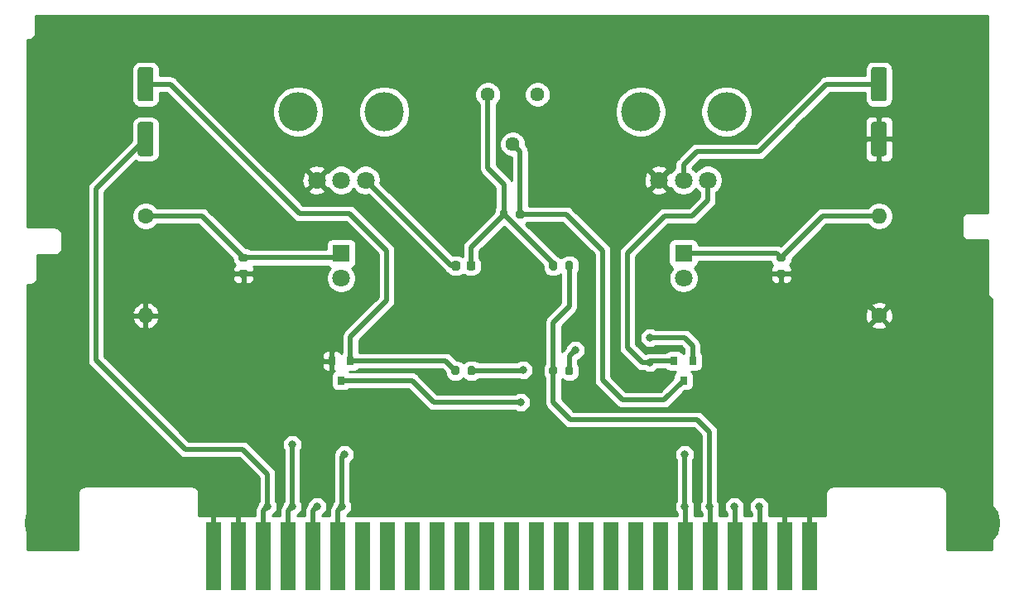
<source format=gbr>
G04 #@! TF.GenerationSoftware,KiCad,Pcbnew,(5.1.7)-1*
G04 #@! TF.CreationDate,2022-04-09T18:00:20-05:00*
G04 #@! TF.ProjectId,ConsolePedalFuzzSMT,436f6e73-6f6c-4655-9065-64616c46757a,rev?*
G04 #@! TF.SameCoordinates,Original*
G04 #@! TF.FileFunction,Copper,L1,Top*
G04 #@! TF.FilePolarity,Positive*
%FSLAX46Y46*%
G04 Gerber Fmt 4.6, Leading zero omitted, Abs format (unit mm)*
G04 Created by KiCad (PCBNEW (5.1.7)-1) date 2022-04-09 18:00:20*
%MOMM*%
%LPD*%
G01*
G04 APERTURE LIST*
G04 #@! TA.AperFunction,ComponentPad*
%ADD10R,1.800000X1.800000*%
G04 #@! TD*
G04 #@! TA.AperFunction,ComponentPad*
%ADD11C,1.800000*%
G04 #@! TD*
G04 #@! TA.AperFunction,ComponentPad*
%ADD12C,5.000000*%
G04 #@! TD*
G04 #@! TA.AperFunction,WasherPad*
%ADD13C,4.000000*%
G04 #@! TD*
G04 #@! TA.AperFunction,ComponentPad*
%ADD14C,1.600000*%
G04 #@! TD*
G04 #@! TA.AperFunction,ComponentPad*
%ADD15O,1.600000X1.600000*%
G04 #@! TD*
G04 #@! TA.AperFunction,ComponentPad*
%ADD16C,1.440000*%
G04 #@! TD*
G04 #@! TA.AperFunction,ConnectorPad*
%ADD17R,1.500000X7.000000*%
G04 #@! TD*
G04 #@! TA.AperFunction,SMDPad,CuDef*
%ADD18R,0.800000X0.900000*%
G04 #@! TD*
G04 #@! TA.AperFunction,ViaPad*
%ADD19C,0.800000*%
G04 #@! TD*
G04 #@! TA.AperFunction,Conductor*
%ADD20C,0.500000*%
G04 #@! TD*
G04 #@! TA.AperFunction,Conductor*
%ADD21C,0.254000*%
G04 #@! TD*
G04 #@! TA.AperFunction,Conductor*
%ADD22C,0.100000*%
G04 #@! TD*
G04 APERTURE END LIST*
D10*
G04 #@! TO.P,D1,1*
G04 #@! TO.N,Net-(D1-Pad1)*
X115250000Y-95000000D03*
D11*
G04 #@! TO.P,D1,2*
G04 #@! TO.N,/LEDPower*
X115250000Y-97540000D03*
G04 #@! TD*
G04 #@! TO.P,D2,2*
G04 #@! TO.N,/LEDPower*
X150250000Y-97540000D03*
D10*
G04 #@! TO.P,D2,1*
G04 #@! TO.N,Net-(D2-Pad1)*
X150250000Y-95000000D03*
G04 #@! TD*
D12*
G04 #@! TO.P,H1,1*
G04 #@! TO.N,GND*
X85350000Y-122600000D03*
G04 #@! TD*
G04 #@! TO.P,H2,1*
G04 #@! TO.N,GND*
X180150000Y-122600000D03*
G04 #@! TD*
D13*
G04 #@! TO.P,RV1,*
G04 #@! TO.N,*
X154650000Y-80500000D03*
X145850000Y-80500000D03*
D11*
G04 #@! TO.P,RV1,1*
G04 #@! TO.N,Net-(Q2-Pad2)*
X152750000Y-87500000D03*
G04 #@! TO.P,RV1,2*
G04 #@! TO.N,Net-(C3-Pad1)*
X150250000Y-87500000D03*
G04 #@! TO.P,RV1,3*
G04 #@! TO.N,GND*
X147750000Y-87500000D03*
G04 #@! TD*
G04 #@! TO.P,RV2,3*
G04 #@! TO.N,GND*
X112750000Y-87500000D03*
G04 #@! TO.P,RV2,2*
G04 #@! TO.N,/Output*
X115250000Y-87500000D03*
G04 #@! TO.P,RV2,1*
G04 #@! TO.N,Net-(C2-Pad1)*
X117750000Y-87500000D03*
D13*
G04 #@! TO.P,RV2,*
G04 #@! TO.N,*
X110850000Y-80500000D03*
X119650000Y-80500000D03*
G04 #@! TD*
D14*
G04 #@! TO.P,R3,1*
G04 #@! TO.N,GND*
X170250000Y-101350000D03*
D15*
G04 #@! TO.P,R3,2*
G04 #@! TO.N,Net-(D2-Pad1)*
X170250000Y-91190000D03*
G04 #@! TD*
D16*
G04 #@! TO.P,RV3,3*
G04 #@! TO.N,N/C*
X135330000Y-78740000D03*
G04 #@! TO.P,RV3,2*
G04 #@! TO.N,Net-(Q2-Pad3)*
X132790000Y-83820000D03*
G04 #@! TO.P,RV3,1*
G04 #@! TO.N,Net-(C2-Pad2)*
X130250000Y-78740000D03*
G04 #@! TD*
D17*
G04 #@! TO.P,J1,25*
G04 #@! TO.N,GND*
X163195000Y-126000000D03*
G04 #@! TO.P,J1,24*
X160655000Y-126000000D03*
G04 #@! TO.P,J1,23*
G04 #@! TO.N,/Input*
X158115000Y-126000000D03*
G04 #@! TO.P,J1,22*
G04 #@! TO.N,/Output*
X155575000Y-126000000D03*
G04 #@! TO.P,J1,21*
G04 #@! TO.N,+9V*
X153035000Y-126000000D03*
G04 #@! TO.P,J1,20*
G04 #@! TO.N,/LEDPower*
X150495000Y-126000000D03*
G04 #@! TO.P,J1,19*
G04 #@! TO.N,N/C*
X147955000Y-126000000D03*
G04 #@! TO.P,J1,18*
X145415000Y-126000000D03*
G04 #@! TO.P,J1,17*
X142875000Y-126000000D03*
G04 #@! TO.P,J1,16*
X140335000Y-126000000D03*
G04 #@! TO.P,J1,15*
X137795000Y-126000000D03*
G04 #@! TO.P,J1,14*
X135255000Y-126000000D03*
G04 #@! TO.P,J1,13*
X132715000Y-126000000D03*
G04 #@! TO.P,J1,12*
X130175000Y-126000000D03*
G04 #@! TO.P,J1,11*
X127635000Y-126000000D03*
G04 #@! TO.P,J1,10*
X125095000Y-126000000D03*
G04 #@! TO.P,J1,9*
X122555000Y-126000000D03*
G04 #@! TO.P,J1,8*
X120015000Y-126000000D03*
G04 #@! TO.P,J1,7*
X117475000Y-126000000D03*
G04 #@! TO.P,J1,6*
G04 #@! TO.N,/LEDPower*
X114935000Y-126000000D03*
G04 #@! TO.P,J1,5*
G04 #@! TO.N,+9V*
X112395000Y-126000000D03*
G04 #@! TO.P,J1,4*
G04 #@! TO.N,/Output*
X109855000Y-126000000D03*
G04 #@! TO.P,J1,3*
G04 #@! TO.N,/Input*
X107315000Y-126000000D03*
G04 #@! TO.P,J1,2*
G04 #@! TO.N,GND*
X104775000Y-126000000D03*
G04 #@! TO.P,J1,1*
X102235000Y-126000000D03*
G04 #@! TD*
G04 #@! TO.P,C1,2*
G04 #@! TO.N,/Input*
G04 #@! TA.AperFunction,SMDPad,CuDef*
G36*
G01*
X94700000Y-81550000D02*
X95800000Y-81550000D01*
G75*
G02*
X96050000Y-81800000I0J-250000D01*
G01*
X96050000Y-84800000D01*
G75*
G02*
X95800000Y-85050000I-250000J0D01*
G01*
X94700000Y-85050000D01*
G75*
G02*
X94450000Y-84800000I0J250000D01*
G01*
X94450000Y-81800000D01*
G75*
G02*
X94700000Y-81550000I250000J0D01*
G01*
G37*
G04 #@! TD.AperFunction*
G04 #@! TO.P,C1,1*
G04 #@! TO.N,Net-(C1-Pad1)*
G04 #@! TA.AperFunction,SMDPad,CuDef*
G36*
G01*
X94700000Y-75950000D02*
X95800000Y-75950000D01*
G75*
G02*
X96050000Y-76200000I0J-250000D01*
G01*
X96050000Y-79200000D01*
G75*
G02*
X95800000Y-79450000I-250000J0D01*
G01*
X94700000Y-79450000D01*
G75*
G02*
X94450000Y-79200000I0J250000D01*
G01*
X94450000Y-76200000D01*
G75*
G02*
X94700000Y-75950000I250000J0D01*
G01*
G37*
G04 #@! TD.AperFunction*
G04 #@! TD*
G04 #@! TO.P,C2,1*
G04 #@! TO.N,Net-(C2-Pad1)*
G04 #@! TA.AperFunction,SMDPad,CuDef*
G36*
G01*
X126525000Y-96520000D02*
X126525000Y-96020000D01*
G75*
G02*
X126750000Y-95795000I225000J0D01*
G01*
X127200000Y-95795000D01*
G75*
G02*
X127425000Y-96020000I0J-225000D01*
G01*
X127425000Y-96520000D01*
G75*
G02*
X127200000Y-96745000I-225000J0D01*
G01*
X126750000Y-96745000D01*
G75*
G02*
X126525000Y-96520000I0J225000D01*
G01*
G37*
G04 #@! TD.AperFunction*
G04 #@! TO.P,C2,2*
G04 #@! TO.N,Net-(C2-Pad2)*
G04 #@! TA.AperFunction,SMDPad,CuDef*
G36*
G01*
X128075000Y-96520000D02*
X128075000Y-96020000D01*
G75*
G02*
X128300000Y-95795000I225000J0D01*
G01*
X128750000Y-95795000D01*
G75*
G02*
X128975000Y-96020000I0J-225000D01*
G01*
X128975000Y-96520000D01*
G75*
G02*
X128750000Y-96745000I-225000J0D01*
G01*
X128300000Y-96745000D01*
G75*
G02*
X128075000Y-96520000I0J225000D01*
G01*
G37*
G04 #@! TD.AperFunction*
G04 #@! TD*
G04 #@! TO.P,C3,1*
G04 #@! TO.N,Net-(C3-Pad1)*
G04 #@! TA.AperFunction,SMDPad,CuDef*
G36*
G01*
X169700000Y-75950000D02*
X170800000Y-75950000D01*
G75*
G02*
X171050000Y-76200000I0J-250000D01*
G01*
X171050000Y-79200000D01*
G75*
G02*
X170800000Y-79450000I-250000J0D01*
G01*
X169700000Y-79450000D01*
G75*
G02*
X169450000Y-79200000I0J250000D01*
G01*
X169450000Y-76200000D01*
G75*
G02*
X169700000Y-75950000I250000J0D01*
G01*
G37*
G04 #@! TD.AperFunction*
G04 #@! TO.P,C3,2*
G04 #@! TO.N,GND*
G04 #@! TA.AperFunction,SMDPad,CuDef*
G36*
G01*
X169700000Y-81550000D02*
X170800000Y-81550000D01*
G75*
G02*
X171050000Y-81800000I0J-250000D01*
G01*
X171050000Y-84800000D01*
G75*
G02*
X170800000Y-85050000I-250000J0D01*
G01*
X169700000Y-85050000D01*
G75*
G02*
X169450000Y-84800000I0J250000D01*
G01*
X169450000Y-81800000D01*
G75*
G02*
X169700000Y-81550000I250000J0D01*
G01*
G37*
G04 #@! TD.AperFunction*
G04 #@! TD*
D18*
G04 #@! TO.P,Q1,1*
G04 #@! TO.N,Net-(C1-Pad1)*
X116200000Y-106000000D03*
G04 #@! TO.P,Q1,2*
G04 #@! TO.N,GND*
X114300000Y-106000000D03*
G04 #@! TO.P,Q1,3*
G04 #@! TO.N,Net-(Q1-Pad3)*
X115250000Y-108000000D03*
G04 #@! TD*
G04 #@! TO.P,Q2,3*
G04 #@! TO.N,Net-(Q2-Pad3)*
X150250000Y-108000000D03*
G04 #@! TO.P,Q2,2*
G04 #@! TO.N,Net-(Q2-Pad2)*
X149300000Y-106000000D03*
G04 #@! TO.P,Q2,1*
G04 #@! TO.N,Net-(Q1-Pad3)*
X151200000Y-106000000D03*
G04 #@! TD*
G04 #@! TO.P,R1,2*
G04 #@! TO.N,+9V*
G04 #@! TA.AperFunction,SMDPad,CuDef*
G36*
G01*
X137325000Y-106725000D02*
X137325000Y-107275000D01*
G75*
G02*
X137125000Y-107475000I-200000J0D01*
G01*
X136725000Y-107475000D01*
G75*
G02*
X136525000Y-107275000I0J200000D01*
G01*
X136525000Y-106725000D01*
G75*
G02*
X136725000Y-106525000I200000J0D01*
G01*
X137125000Y-106525000D01*
G75*
G02*
X137325000Y-106725000I0J-200000D01*
G01*
G37*
G04 #@! TD.AperFunction*
G04 #@! TO.P,R1,1*
G04 #@! TO.N,Net-(Q1-Pad3)*
G04 #@! TA.AperFunction,SMDPad,CuDef*
G36*
G01*
X138975000Y-106725000D02*
X138975000Y-107275000D01*
G75*
G02*
X138775000Y-107475000I-200000J0D01*
G01*
X138375000Y-107475000D01*
G75*
G02*
X138175000Y-107275000I0J200000D01*
G01*
X138175000Y-106725000D01*
G75*
G02*
X138375000Y-106525000I200000J0D01*
G01*
X138775000Y-106525000D01*
G75*
G02*
X138975000Y-106725000I0J-200000D01*
G01*
G37*
G04 #@! TD.AperFunction*
G04 #@! TD*
G04 #@! TO.P,R2,1*
G04 #@! TO.N,Net-(C2-Pad2)*
G04 #@! TA.AperFunction,SMDPad,CuDef*
G36*
G01*
X136525000Y-96545000D02*
X136525000Y-95995000D01*
G75*
G02*
X136725000Y-95795000I200000J0D01*
G01*
X137125000Y-95795000D01*
G75*
G02*
X137325000Y-95995000I0J-200000D01*
G01*
X137325000Y-96545000D01*
G75*
G02*
X137125000Y-96745000I-200000J0D01*
G01*
X136725000Y-96745000D01*
G75*
G02*
X136525000Y-96545000I0J200000D01*
G01*
G37*
G04 #@! TD.AperFunction*
G04 #@! TO.P,R2,2*
G04 #@! TO.N,+9V*
G04 #@! TA.AperFunction,SMDPad,CuDef*
G36*
G01*
X138175000Y-96545000D02*
X138175000Y-95995000D01*
G75*
G02*
X138375000Y-95795000I200000J0D01*
G01*
X138775000Y-95795000D01*
G75*
G02*
X138975000Y-95995000I0J-200000D01*
G01*
X138975000Y-96545000D01*
G75*
G02*
X138775000Y-96745000I-200000J0D01*
G01*
X138375000Y-96745000D01*
G75*
G02*
X138175000Y-96545000I0J200000D01*
G01*
G37*
G04 #@! TD.AperFunction*
G04 #@! TD*
G04 #@! TO.P,R4,2*
G04 #@! TO.N,Net-(Q2-Pad2)*
G04 #@! TA.AperFunction,SMDPad,CuDef*
G36*
G01*
X128175000Y-107275000D02*
X128175000Y-106725000D01*
G75*
G02*
X128375000Y-106525000I200000J0D01*
G01*
X128775000Y-106525000D01*
G75*
G02*
X128975000Y-106725000I0J-200000D01*
G01*
X128975000Y-107275000D01*
G75*
G02*
X128775000Y-107475000I-200000J0D01*
G01*
X128375000Y-107475000D01*
G75*
G02*
X128175000Y-107275000I0J200000D01*
G01*
G37*
G04 #@! TD.AperFunction*
G04 #@! TO.P,R4,1*
G04 #@! TO.N,Net-(C1-Pad1)*
G04 #@! TA.AperFunction,SMDPad,CuDef*
G36*
G01*
X126525000Y-107275000D02*
X126525000Y-106725000D01*
G75*
G02*
X126725000Y-106525000I200000J0D01*
G01*
X127125000Y-106525000D01*
G75*
G02*
X127325000Y-106725000I0J-200000D01*
G01*
X127325000Y-107275000D01*
G75*
G02*
X127125000Y-107475000I-200000J0D01*
G01*
X126725000Y-107475000D01*
G75*
G02*
X126525000Y-107275000I0J200000D01*
G01*
G37*
G04 #@! TD.AperFunction*
G04 #@! TD*
D14*
G04 #@! TO.P,R5,1*
G04 #@! TO.N,Net-(D1-Pad1)*
X95250000Y-91190000D03*
D15*
G04 #@! TO.P,R5,2*
G04 #@! TO.N,GND*
X95250000Y-101350000D03*
G04 #@! TD*
G04 #@! TO.P,R6,1*
G04 #@! TO.N,Net-(D1-Pad1)*
G04 #@! TA.AperFunction,SMDPad,CuDef*
G36*
G01*
X104975000Y-95045000D02*
X105525000Y-95045000D01*
G75*
G02*
X105725000Y-95245000I0J-200000D01*
G01*
X105725000Y-95645000D01*
G75*
G02*
X105525000Y-95845000I-200000J0D01*
G01*
X104975000Y-95845000D01*
G75*
G02*
X104775000Y-95645000I0J200000D01*
G01*
X104775000Y-95245000D01*
G75*
G02*
X104975000Y-95045000I200000J0D01*
G01*
G37*
G04 #@! TD.AperFunction*
G04 #@! TO.P,R6,2*
G04 #@! TO.N,GND*
G04 #@! TA.AperFunction,SMDPad,CuDef*
G36*
G01*
X104975000Y-96695000D02*
X105525000Y-96695000D01*
G75*
G02*
X105725000Y-96895000I0J-200000D01*
G01*
X105725000Y-97295000D01*
G75*
G02*
X105525000Y-97495000I-200000J0D01*
G01*
X104975000Y-97495000D01*
G75*
G02*
X104775000Y-97295000I0J200000D01*
G01*
X104775000Y-96895000D01*
G75*
G02*
X104975000Y-96695000I200000J0D01*
G01*
G37*
G04 #@! TD.AperFunction*
G04 #@! TD*
G04 #@! TO.P,R7,2*
G04 #@! TO.N,Net-(D2-Pad1)*
G04 #@! TA.AperFunction,SMDPad,CuDef*
G36*
G01*
X160525000Y-95845000D02*
X159975000Y-95845000D01*
G75*
G02*
X159775000Y-95645000I0J200000D01*
G01*
X159775000Y-95245000D01*
G75*
G02*
X159975000Y-95045000I200000J0D01*
G01*
X160525000Y-95045000D01*
G75*
G02*
X160725000Y-95245000I0J-200000D01*
G01*
X160725000Y-95645000D01*
G75*
G02*
X160525000Y-95845000I-200000J0D01*
G01*
G37*
G04 #@! TD.AperFunction*
G04 #@! TO.P,R7,1*
G04 #@! TO.N,GND*
G04 #@! TA.AperFunction,SMDPad,CuDef*
G36*
G01*
X160525000Y-97495000D02*
X159975000Y-97495000D01*
G75*
G02*
X159775000Y-97295000I0J200000D01*
G01*
X159775000Y-96895000D01*
G75*
G02*
X159975000Y-96695000I200000J0D01*
G01*
X160525000Y-96695000D01*
G75*
G02*
X160725000Y-96895000I0J-200000D01*
G01*
X160725000Y-97295000D01*
G75*
G02*
X160525000Y-97495000I-200000J0D01*
G01*
G37*
G04 #@! TD.AperFunction*
G04 #@! TD*
G04 #@! TO.P,R8,1*
G04 #@! TO.N,Net-(Q2-Pad3)*
G04 #@! TA.AperFunction,SMDPad,CuDef*
G36*
G01*
X133940000Y-90725000D02*
X133940000Y-91275000D01*
G75*
G02*
X133740000Y-91475000I-200000J0D01*
G01*
X133340000Y-91475000D01*
G75*
G02*
X133140000Y-91275000I0J200000D01*
G01*
X133140000Y-90725000D01*
G75*
G02*
X133340000Y-90525000I200000J0D01*
G01*
X133740000Y-90525000D01*
G75*
G02*
X133940000Y-90725000I0J-200000D01*
G01*
G37*
G04 #@! TD.AperFunction*
G04 #@! TO.P,R8,2*
G04 #@! TO.N,Net-(C2-Pad2)*
G04 #@! TA.AperFunction,SMDPad,CuDef*
G36*
G01*
X132290000Y-90725000D02*
X132290000Y-91275000D01*
G75*
G02*
X132090000Y-91475000I-200000J0D01*
G01*
X131690000Y-91475000D01*
G75*
G02*
X131490000Y-91275000I0J200000D01*
G01*
X131490000Y-90725000D01*
G75*
G02*
X131690000Y-90525000I200000J0D01*
G01*
X132090000Y-90525000D01*
G75*
G02*
X132290000Y-90725000I0J-200000D01*
G01*
G37*
G04 #@! TD.AperFunction*
G04 #@! TD*
D19*
G04 #@! TO.N,GND*
X105156000Y-120904000D03*
X102616000Y-120904000D03*
X160528000Y-120904000D03*
X163068000Y-120904000D03*
G04 #@! TO.N,/LEDPower*
X115316000Y-120904000D03*
X150368000Y-120904000D03*
X150368000Y-115570000D03*
X115570000Y-115570000D03*
G04 #@! TO.N,/Input*
X107696000Y-120904000D03*
X157988000Y-120904000D03*
G04 #@! TO.N,/Output*
X110236000Y-120904000D03*
X155448000Y-120904000D03*
X110236000Y-114554000D03*
G04 #@! TO.N,+9V*
X112776000Y-120904000D03*
X152908000Y-120904000D03*
G04 #@! TO.N,Net-(Q1-Pad3)*
X146812000Y-103632000D03*
X139192000Y-104902000D03*
X133604000Y-110236000D03*
G04 #@! TO.N,Net-(Q2-Pad2)*
X146812000Y-106172000D03*
X133858000Y-106934000D03*
G04 #@! TD*
D20*
G04 #@! TO.N,GND*
X104775000Y-121285000D02*
X105156000Y-120904000D01*
X104775000Y-126000000D02*
X104775000Y-121285000D01*
X102235000Y-121285000D02*
X102616000Y-120904000D01*
X102235000Y-126000000D02*
X102235000Y-121285000D01*
X160655000Y-121031000D02*
X160528000Y-120904000D01*
X160655000Y-126000000D02*
X160655000Y-121031000D01*
X163195000Y-121031000D02*
X163068000Y-120904000D01*
X163195000Y-126000000D02*
X163195000Y-121031000D01*
G04 #@! TO.N,Net-(C1-Pad1)*
X125925000Y-106000000D02*
X126925000Y-107000000D01*
X116200000Y-106000000D02*
X125925000Y-106000000D01*
X116200000Y-106000000D02*
X116200000Y-103510000D01*
X116200000Y-103510000D02*
X119888000Y-99822000D01*
X119888000Y-99822000D02*
X119888000Y-94742000D01*
X119888000Y-94742000D02*
X116078000Y-90932000D01*
X116078000Y-90932000D02*
X110998000Y-90932000D01*
X97766000Y-77700000D02*
X95250000Y-77700000D01*
X110998000Y-90932000D02*
X97766000Y-77700000D01*
G04 #@! TO.N,Net-(C2-Pad2)*
X131890000Y-91000000D02*
X131890000Y-87948000D01*
X130250000Y-86308000D02*
X130250000Y-78740000D01*
X131890000Y-87948000D02*
X130250000Y-86308000D01*
X128525000Y-94365000D02*
X131890000Y-91000000D01*
X128525000Y-96270000D02*
X128525000Y-94365000D01*
X136925000Y-96035000D02*
X131890000Y-91000000D01*
X136925000Y-96270000D02*
X136925000Y-96035000D01*
G04 #@! TO.N,Net-(C2-Pad1)*
X126520000Y-96270000D02*
X117750000Y-87500000D01*
X126975000Y-96270000D02*
X126520000Y-96270000D01*
G04 #@! TO.N,/LEDPower*
X114935000Y-121285000D02*
X115316000Y-120904000D01*
X114935000Y-126000000D02*
X114935000Y-121285000D01*
X150495000Y-121031000D02*
X150368000Y-120904000D01*
X150495000Y-126000000D02*
X150495000Y-121031000D01*
X150368000Y-115570000D02*
X150368000Y-120904000D01*
X115316000Y-115824000D02*
X115570000Y-115570000D01*
X115316000Y-120904000D02*
X115316000Y-115824000D01*
G04 #@! TO.N,/Input*
X107315000Y-121285000D02*
X107696000Y-120904000D01*
X107315000Y-126000000D02*
X107315000Y-121285000D01*
X158115000Y-121031000D02*
X157988000Y-120904000D01*
X158115000Y-126000000D02*
X158115000Y-121031000D01*
X95250000Y-83300000D02*
X90170000Y-88380000D01*
X90170000Y-88380000D02*
X90170000Y-105918000D01*
X90170000Y-105918000D02*
X99314000Y-115062000D01*
X99314000Y-115062000D02*
X105156000Y-115062000D01*
X107696000Y-117602000D02*
X107696000Y-120904000D01*
X105156000Y-115062000D02*
X107696000Y-117602000D01*
G04 #@! TO.N,/Output*
X109855000Y-121285000D02*
X110236000Y-120904000D01*
X109855000Y-126000000D02*
X109855000Y-121285000D01*
X155575000Y-121031000D02*
X155448000Y-120904000D01*
X155575000Y-126000000D02*
X155575000Y-121031000D01*
X110236000Y-120904000D02*
X110236000Y-114554000D01*
G04 #@! TO.N,+9V*
X112395000Y-121285000D02*
X112776000Y-120904000D01*
X112395000Y-126000000D02*
X112395000Y-121285000D01*
X153035000Y-121031000D02*
X152908000Y-120904000D01*
X153035000Y-126000000D02*
X153035000Y-121031000D01*
X138575000Y-96270000D02*
X138575000Y-100439000D01*
X136925000Y-102089000D02*
X136925000Y-107000000D01*
X138575000Y-100439000D02*
X136925000Y-102089000D01*
X152908000Y-120904000D02*
X152908000Y-113284000D01*
X152908000Y-113284000D02*
X151638000Y-112014000D01*
X151638000Y-112014000D02*
X138684000Y-112014000D01*
X136925000Y-110255000D02*
X136925000Y-107000000D01*
X138684000Y-112014000D02*
X136925000Y-110255000D01*
G04 #@! TO.N,Net-(D1-Pad1)*
X100995000Y-91190000D02*
X105250000Y-95445000D01*
X95250000Y-91190000D02*
X100995000Y-91190000D01*
X114805000Y-95445000D02*
X115250000Y-95000000D01*
X105250000Y-95445000D02*
X114805000Y-95445000D01*
G04 #@! TO.N,Net-(C3-Pad1)*
X150250000Y-87500000D02*
X150250000Y-85970000D01*
X150250000Y-85970000D02*
X151638000Y-84582000D01*
X151638000Y-84582000D02*
X157988000Y-84582000D01*
X164870000Y-77700000D02*
X170250000Y-77700000D01*
X157988000Y-84582000D02*
X164870000Y-77700000D01*
G04 #@! TO.N,Net-(Q1-Pad3)*
X151200000Y-106000000D02*
X151200000Y-104464000D01*
X150368000Y-103632000D02*
X146812000Y-103632000D01*
X151200000Y-104464000D02*
X150368000Y-103632000D01*
X138575000Y-105519000D02*
X139192000Y-104902000D01*
X138575000Y-107000000D02*
X138575000Y-105519000D01*
X115250000Y-108000000D02*
X122478000Y-108000000D01*
X124714000Y-110236000D02*
X133604000Y-110236000D01*
X122478000Y-108000000D02*
X124714000Y-110236000D01*
G04 #@! TO.N,Net-(Q2-Pad3)*
X133540000Y-84570000D02*
X132790000Y-83820000D01*
X133540000Y-91000000D02*
X133540000Y-84570000D01*
X133540000Y-91000000D02*
X138244000Y-91000000D01*
X138244000Y-91000000D02*
X141986000Y-94742000D01*
X141986000Y-94742000D02*
X141986000Y-107950000D01*
X141986000Y-107950000D02*
X144018000Y-109982000D01*
X148268000Y-109982000D02*
X150250000Y-108000000D01*
X144018000Y-109982000D02*
X148268000Y-109982000D01*
G04 #@! TO.N,Net-(D2-Pad1)*
X164505000Y-91190000D02*
X160250000Y-95445000D01*
X170250000Y-91190000D02*
X164505000Y-91190000D01*
X159805000Y-95000000D02*
X160250000Y-95445000D01*
X150250000Y-95000000D02*
X159805000Y-95000000D01*
G04 #@! TO.N,Net-(Q2-Pad2)*
X146984000Y-106000000D02*
X146812000Y-106172000D01*
X149300000Y-106000000D02*
X146984000Y-106000000D01*
X133792000Y-107000000D02*
X133858000Y-106934000D01*
X128575000Y-107000000D02*
X133792000Y-107000000D01*
X146812000Y-106172000D02*
X146050000Y-106172000D01*
X146050000Y-106172000D02*
X144526000Y-104648000D01*
X144526000Y-104648000D02*
X144526000Y-94996000D01*
X144526000Y-94996000D02*
X148336000Y-91186000D01*
X148336000Y-91186000D02*
X151130000Y-91186000D01*
X152750000Y-89566000D02*
X152750000Y-87500000D01*
X151130000Y-91186000D02*
X152750000Y-89566000D01*
G04 #@! TD*
D21*
G04 #@! TO.N,GND*
X181323001Y-90823000D02*
X179433252Y-90823000D01*
X179400000Y-90819725D01*
X179366748Y-90823000D01*
X179267285Y-90832796D01*
X179139670Y-90871508D01*
X179022059Y-90934372D01*
X178918973Y-91018973D01*
X178834372Y-91122059D01*
X178771508Y-91239670D01*
X178732796Y-91367285D01*
X178719725Y-91500000D01*
X178723001Y-91533262D01*
X178723000Y-92966747D01*
X178719725Y-93000000D01*
X178732796Y-93132715D01*
X178771508Y-93260330D01*
X178834372Y-93377941D01*
X178918973Y-93481027D01*
X179022059Y-93565628D01*
X179139670Y-93628492D01*
X179267285Y-93667204D01*
X179400000Y-93680275D01*
X179433252Y-93677000D01*
X181323000Y-93677000D01*
X181323001Y-98966738D01*
X181319725Y-99000000D01*
X181332796Y-99132715D01*
X181371508Y-99260330D01*
X181434372Y-99377941D01*
X181518973Y-99481027D01*
X181622059Y-99565628D01*
X181739670Y-99628492D01*
X181823001Y-99653770D01*
X181823000Y-125323000D01*
X177177000Y-125323000D01*
X177177000Y-119533252D01*
X177180275Y-119500000D01*
X177167204Y-119367285D01*
X177128492Y-119239670D01*
X177065628Y-119122059D01*
X176981027Y-119018973D01*
X176877941Y-118934372D01*
X176760330Y-118871508D01*
X176632715Y-118832796D01*
X176533252Y-118823000D01*
X176500000Y-118819725D01*
X176466748Y-118823000D01*
X165513252Y-118823000D01*
X165480000Y-118819725D01*
X165446748Y-118823000D01*
X165347285Y-118832796D01*
X165219670Y-118871508D01*
X165102059Y-118934372D01*
X164998973Y-119018973D01*
X164914372Y-119122059D01*
X164851508Y-119239670D01*
X164812796Y-119367285D01*
X164799725Y-119500000D01*
X164803001Y-119533262D01*
X164803001Y-121793000D01*
X158992000Y-121793000D01*
X158992000Y-121120780D01*
X159015000Y-121005151D01*
X159015000Y-120802849D01*
X158975533Y-120604435D01*
X158898115Y-120417533D01*
X158785723Y-120249326D01*
X158642674Y-120106277D01*
X158474467Y-119993885D01*
X158287565Y-119916467D01*
X158089151Y-119877000D01*
X157886849Y-119877000D01*
X157688435Y-119916467D01*
X157501533Y-119993885D01*
X157333326Y-120106277D01*
X157190277Y-120249326D01*
X157077885Y-120417533D01*
X157000467Y-120604435D01*
X156961000Y-120802849D01*
X156961000Y-121005151D01*
X157000467Y-121203565D01*
X157077885Y-121390467D01*
X157190277Y-121558674D01*
X157238001Y-121606398D01*
X157238001Y-121793000D01*
X156452000Y-121793000D01*
X156452000Y-121120780D01*
X156475000Y-121005151D01*
X156475000Y-120802849D01*
X156435533Y-120604435D01*
X156358115Y-120417533D01*
X156245723Y-120249326D01*
X156102674Y-120106277D01*
X155934467Y-119993885D01*
X155747565Y-119916467D01*
X155549151Y-119877000D01*
X155346849Y-119877000D01*
X155148435Y-119916467D01*
X154961533Y-119993885D01*
X154793326Y-120106277D01*
X154650277Y-120249326D01*
X154537885Y-120417533D01*
X154460467Y-120604435D01*
X154421000Y-120802849D01*
X154421000Y-121005151D01*
X154460467Y-121203565D01*
X154537885Y-121390467D01*
X154650277Y-121558674D01*
X154698001Y-121606398D01*
X154698001Y-121793000D01*
X153912000Y-121793000D01*
X153912000Y-121120780D01*
X153935000Y-121005151D01*
X153935000Y-120802849D01*
X153895533Y-120604435D01*
X153818115Y-120417533D01*
X153785000Y-120367973D01*
X153785000Y-113327069D01*
X153789242Y-113283999D01*
X153785000Y-113240930D01*
X153785000Y-113240921D01*
X153772310Y-113112078D01*
X153722162Y-112946763D01*
X153640727Y-112794408D01*
X153531133Y-112660867D01*
X153497668Y-112633403D01*
X152288594Y-111424329D01*
X152261133Y-111390867D01*
X152127592Y-111281273D01*
X151975237Y-111199838D01*
X151809922Y-111149690D01*
X151681079Y-111137000D01*
X151638000Y-111132757D01*
X151594921Y-111137000D01*
X139047265Y-111137000D01*
X137802000Y-109891735D01*
X137802000Y-107873347D01*
X137913858Y-107965147D01*
X138057360Y-108041851D01*
X138213069Y-108089084D01*
X138375000Y-108105033D01*
X138775000Y-108105033D01*
X138936931Y-108089084D01*
X139092640Y-108041851D01*
X139236142Y-107965147D01*
X139361922Y-107861922D01*
X139465147Y-107736142D01*
X139541851Y-107592640D01*
X139589084Y-107436931D01*
X139605033Y-107275000D01*
X139605033Y-106725000D01*
X139589084Y-106563069D01*
X139541851Y-106407360D01*
X139465147Y-106263858D01*
X139452000Y-106247838D01*
X139452000Y-105897403D01*
X139491565Y-105889533D01*
X139678467Y-105812115D01*
X139846674Y-105699723D01*
X139989723Y-105556674D01*
X140102115Y-105388467D01*
X140179533Y-105201565D01*
X140219000Y-105003151D01*
X140219000Y-104800849D01*
X140179533Y-104602435D01*
X140102115Y-104415533D01*
X139989723Y-104247326D01*
X139846674Y-104104277D01*
X139678467Y-103991885D01*
X139491565Y-103914467D01*
X139293151Y-103875000D01*
X139090849Y-103875000D01*
X138892435Y-103914467D01*
X138705533Y-103991885D01*
X138537326Y-104104277D01*
X138394277Y-104247326D01*
X138281885Y-104415533D01*
X138204467Y-104602435D01*
X138192838Y-104660896D01*
X137985327Y-104868408D01*
X137951868Y-104895867D01*
X137924409Y-104929326D01*
X137924406Y-104929329D01*
X137842274Y-105029408D01*
X137802000Y-105104755D01*
X137802000Y-102452265D01*
X139164668Y-101089597D01*
X139198133Y-101062133D01*
X139307727Y-100928592D01*
X139389162Y-100776237D01*
X139439310Y-100610922D01*
X139452000Y-100482079D01*
X139452000Y-100482070D01*
X139456242Y-100439001D01*
X139452000Y-100395931D01*
X139452000Y-97022162D01*
X139465147Y-97006142D01*
X139541851Y-96862640D01*
X139589084Y-96706931D01*
X139605033Y-96545000D01*
X139605033Y-95995000D01*
X139589084Y-95833069D01*
X139541851Y-95677360D01*
X139465147Y-95533858D01*
X139361922Y-95408078D01*
X139236142Y-95304853D01*
X139092640Y-95228149D01*
X138936931Y-95180916D01*
X138775000Y-95164967D01*
X138375000Y-95164967D01*
X138213069Y-95180916D01*
X138057360Y-95228149D01*
X137913858Y-95304853D01*
X137788078Y-95408078D01*
X137750000Y-95454476D01*
X137711922Y-95408078D01*
X137586142Y-95304853D01*
X137442640Y-95228149D01*
X137321740Y-95191475D01*
X134132241Y-92001976D01*
X134201142Y-91965147D01*
X134308549Y-91877000D01*
X137880735Y-91877000D01*
X141109000Y-95105265D01*
X141109001Y-107906910D01*
X141104757Y-107950000D01*
X141121690Y-108121922D01*
X141171838Y-108287236D01*
X141253274Y-108439592D01*
X141335406Y-108539671D01*
X141335409Y-108539674D01*
X141362868Y-108573133D01*
X141396327Y-108600592D01*
X143367408Y-110571674D01*
X143394867Y-110605133D01*
X143528408Y-110714727D01*
X143584280Y-110744591D01*
X143680763Y-110796162D01*
X143846077Y-110846310D01*
X144018000Y-110863243D01*
X144061079Y-110859000D01*
X148224921Y-110859000D01*
X148268000Y-110863243D01*
X148311079Y-110859000D01*
X148439922Y-110846310D01*
X148605237Y-110796162D01*
X148757592Y-110714727D01*
X148891133Y-110605133D01*
X148918597Y-110571668D01*
X150410232Y-109080033D01*
X150650000Y-109080033D01*
X150772913Y-109067927D01*
X150891103Y-109032075D01*
X151000028Y-108973853D01*
X151095501Y-108895501D01*
X151173853Y-108800028D01*
X151232075Y-108691103D01*
X151267927Y-108572913D01*
X151280033Y-108450000D01*
X151280033Y-107550000D01*
X151267927Y-107427087D01*
X151232075Y-107308897D01*
X151173853Y-107199972D01*
X151095501Y-107104499D01*
X151065689Y-107080033D01*
X151600000Y-107080033D01*
X151722913Y-107067927D01*
X151841103Y-107032075D01*
X151950028Y-106973853D01*
X152045501Y-106895501D01*
X152123853Y-106800028D01*
X152182075Y-106691103D01*
X152217927Y-106572913D01*
X152230033Y-106450000D01*
X152230033Y-105550000D01*
X152217927Y-105427087D01*
X152182075Y-105308897D01*
X152123853Y-105199972D01*
X152077000Y-105142881D01*
X152077000Y-104507079D01*
X152081243Y-104464000D01*
X152064310Y-104292077D01*
X152014162Y-104126763D01*
X151993356Y-104087838D01*
X151932727Y-103974408D01*
X151823133Y-103840867D01*
X151789668Y-103813403D01*
X151018597Y-103042332D01*
X150991133Y-103008867D01*
X150857592Y-102899273D01*
X150705237Y-102817838D01*
X150539922Y-102767690D01*
X150411079Y-102755000D01*
X150368000Y-102750757D01*
X150324921Y-102755000D01*
X147348027Y-102755000D01*
X147298467Y-102721885D01*
X147111565Y-102644467D01*
X146913151Y-102605000D01*
X146710849Y-102605000D01*
X146512435Y-102644467D01*
X146325533Y-102721885D01*
X146157326Y-102834277D01*
X146014277Y-102977326D01*
X145901885Y-103145533D01*
X145824467Y-103332435D01*
X145785000Y-103530849D01*
X145785000Y-103733151D01*
X145824467Y-103931565D01*
X145901885Y-104118467D01*
X146014277Y-104286674D01*
X146157326Y-104429723D01*
X146325533Y-104542115D01*
X146512435Y-104619533D01*
X146710849Y-104659000D01*
X146913151Y-104659000D01*
X147111565Y-104619533D01*
X147298467Y-104542115D01*
X147348027Y-104509000D01*
X150004735Y-104509000D01*
X150323001Y-104827266D01*
X150323001Y-105142880D01*
X150276147Y-105199972D01*
X150250000Y-105248889D01*
X150223853Y-105199972D01*
X150145501Y-105104499D01*
X150050028Y-105026147D01*
X149941103Y-104967925D01*
X149822913Y-104932073D01*
X149700000Y-104919967D01*
X148900000Y-104919967D01*
X148777087Y-104932073D01*
X148658897Y-104967925D01*
X148549972Y-105026147D01*
X148454499Y-105104499D01*
X148439316Y-105123000D01*
X147027079Y-105123000D01*
X146984000Y-105118757D01*
X146812077Y-105135690D01*
X146781387Y-105145000D01*
X146710849Y-105145000D01*
X146512435Y-105184467D01*
X146364153Y-105245888D01*
X145403000Y-104284735D01*
X145403000Y-102342702D01*
X169436903Y-102342702D01*
X169508486Y-102586671D01*
X169763996Y-102707571D01*
X170038184Y-102776300D01*
X170320512Y-102790217D01*
X170600130Y-102748787D01*
X170866292Y-102653603D01*
X170991514Y-102586671D01*
X171063097Y-102342702D01*
X170250000Y-101529605D01*
X169436903Y-102342702D01*
X145403000Y-102342702D01*
X145403000Y-101420512D01*
X168809783Y-101420512D01*
X168851213Y-101700130D01*
X168946397Y-101966292D01*
X169013329Y-102091514D01*
X169257298Y-102163097D01*
X170070395Y-101350000D01*
X170429605Y-101350000D01*
X171242702Y-102163097D01*
X171486671Y-102091514D01*
X171607571Y-101836004D01*
X171676300Y-101561816D01*
X171690217Y-101279488D01*
X171648787Y-100999870D01*
X171553603Y-100733708D01*
X171486671Y-100608486D01*
X171242702Y-100536903D01*
X170429605Y-101350000D01*
X170070395Y-101350000D01*
X169257298Y-100536903D01*
X169013329Y-100608486D01*
X168892429Y-100863996D01*
X168823700Y-101138184D01*
X168809783Y-101420512D01*
X145403000Y-101420512D01*
X145403000Y-100357298D01*
X169436903Y-100357298D01*
X170250000Y-101170395D01*
X171063097Y-100357298D01*
X170991514Y-100113329D01*
X170736004Y-99992429D01*
X170461816Y-99923700D01*
X170179488Y-99909783D01*
X169899870Y-99951213D01*
X169633708Y-100046397D01*
X169508486Y-100113329D01*
X169436903Y-100357298D01*
X145403000Y-100357298D01*
X145403000Y-95359265D01*
X146662265Y-94100000D01*
X148719967Y-94100000D01*
X148719967Y-95900000D01*
X148732073Y-96022913D01*
X148767925Y-96141103D01*
X148826147Y-96250028D01*
X148904499Y-96345501D01*
X148999972Y-96423853D01*
X149108897Y-96482075D01*
X149139221Y-96491274D01*
X149063901Y-96566594D01*
X148896790Y-96816694D01*
X148781681Y-97094590D01*
X148723000Y-97389604D01*
X148723000Y-97690396D01*
X148781681Y-97985410D01*
X148896790Y-98263306D01*
X149063901Y-98513406D01*
X149276594Y-98726099D01*
X149526694Y-98893210D01*
X149804590Y-99008319D01*
X150099604Y-99067000D01*
X150400396Y-99067000D01*
X150695410Y-99008319D01*
X150973306Y-98893210D01*
X151223406Y-98726099D01*
X151436099Y-98513406D01*
X151603210Y-98263306D01*
X151718319Y-97985410D01*
X151777000Y-97690396D01*
X151777000Y-97495000D01*
X159136928Y-97495000D01*
X159149188Y-97619482D01*
X159185498Y-97739180D01*
X159244463Y-97849494D01*
X159323815Y-97946185D01*
X159420506Y-98025537D01*
X159530820Y-98084502D01*
X159650518Y-98120812D01*
X159775000Y-98133072D01*
X159964250Y-98130000D01*
X160123000Y-97971250D01*
X160123000Y-97222000D01*
X160377000Y-97222000D01*
X160377000Y-97971250D01*
X160535750Y-98130000D01*
X160725000Y-98133072D01*
X160849482Y-98120812D01*
X160969180Y-98084502D01*
X161079494Y-98025537D01*
X161176185Y-97946185D01*
X161255537Y-97849494D01*
X161314502Y-97739180D01*
X161350812Y-97619482D01*
X161363072Y-97495000D01*
X161360000Y-97380750D01*
X161201250Y-97222000D01*
X160377000Y-97222000D01*
X160123000Y-97222000D01*
X159298750Y-97222000D01*
X159140000Y-97380750D01*
X159136928Y-97495000D01*
X151777000Y-97495000D01*
X151777000Y-97389604D01*
X151718319Y-97094590D01*
X151603210Y-96816694D01*
X151436099Y-96566594D01*
X151360779Y-96491274D01*
X151391103Y-96482075D01*
X151500028Y-96423853D01*
X151595501Y-96345501D01*
X151673853Y-96250028D01*
X151732075Y-96141103D01*
X151767927Y-96022913D01*
X151780033Y-95900000D01*
X151780033Y-95877000D01*
X159182171Y-95877000D01*
X159208149Y-95962640D01*
X159284853Y-96106142D01*
X159368047Y-96207515D01*
X159323815Y-96243815D01*
X159244463Y-96340506D01*
X159185498Y-96450820D01*
X159149188Y-96570518D01*
X159136928Y-96695000D01*
X159140000Y-96809250D01*
X159298750Y-96968000D01*
X160123000Y-96968000D01*
X160123000Y-96948000D01*
X160377000Y-96948000D01*
X160377000Y-96968000D01*
X161201250Y-96968000D01*
X161360000Y-96809250D01*
X161363072Y-96695000D01*
X161350812Y-96570518D01*
X161314502Y-96450820D01*
X161255537Y-96340506D01*
X161176185Y-96243815D01*
X161131953Y-96207515D01*
X161215147Y-96106142D01*
X161291851Y-95962640D01*
X161339084Y-95806931D01*
X161355033Y-95645000D01*
X161355033Y-95580232D01*
X164868265Y-92067000D01*
X169119753Y-92067000D01*
X169141576Y-92099660D01*
X169340340Y-92298424D01*
X169574062Y-92454591D01*
X169833759Y-92562162D01*
X170109453Y-92617000D01*
X170390547Y-92617000D01*
X170666241Y-92562162D01*
X170925938Y-92454591D01*
X171159660Y-92298424D01*
X171358424Y-92099660D01*
X171514591Y-91865938D01*
X171622162Y-91606241D01*
X171677000Y-91330547D01*
X171677000Y-91049453D01*
X171622162Y-90773759D01*
X171514591Y-90514062D01*
X171358424Y-90280340D01*
X171159660Y-90081576D01*
X170925938Y-89925409D01*
X170666241Y-89817838D01*
X170390547Y-89763000D01*
X170109453Y-89763000D01*
X169833759Y-89817838D01*
X169574062Y-89925409D01*
X169340340Y-90081576D01*
X169141576Y-90280340D01*
X169119753Y-90313000D01*
X164548079Y-90313000D01*
X164505000Y-90308757D01*
X164333077Y-90325690D01*
X164254897Y-90349406D01*
X164167763Y-90375838D01*
X164015408Y-90457273D01*
X163881867Y-90566867D01*
X163854403Y-90600332D01*
X160224778Y-94229957D01*
X160142237Y-94185838D01*
X159976922Y-94135690D01*
X159848079Y-94123000D01*
X159805000Y-94118757D01*
X159761921Y-94123000D01*
X151780033Y-94123000D01*
X151780033Y-94100000D01*
X151767927Y-93977087D01*
X151732075Y-93858897D01*
X151673853Y-93749972D01*
X151595501Y-93654499D01*
X151500028Y-93576147D01*
X151391103Y-93517925D01*
X151272913Y-93482073D01*
X151150000Y-93469967D01*
X149350000Y-93469967D01*
X149227087Y-93482073D01*
X149108897Y-93517925D01*
X148999972Y-93576147D01*
X148904499Y-93654499D01*
X148826147Y-93749972D01*
X148767925Y-93858897D01*
X148732073Y-93977087D01*
X148719967Y-94100000D01*
X146662265Y-94100000D01*
X148699265Y-92063000D01*
X151086921Y-92063000D01*
X151130000Y-92067243D01*
X151173079Y-92063000D01*
X151301922Y-92050310D01*
X151467237Y-92000162D01*
X151619592Y-91918727D01*
X151753133Y-91809133D01*
X151780597Y-91775668D01*
X153339675Y-90216591D01*
X153373133Y-90189133D01*
X153416993Y-90135690D01*
X153454019Y-90090573D01*
X153482727Y-90055592D01*
X153564162Y-89903237D01*
X153614310Y-89737922D01*
X153627000Y-89609079D01*
X153627000Y-89609078D01*
X153631243Y-89566000D01*
X153627000Y-89522921D01*
X153627000Y-88750515D01*
X153723406Y-88686099D01*
X153936099Y-88473406D01*
X154103210Y-88223306D01*
X154218319Y-87945410D01*
X154277000Y-87650396D01*
X154277000Y-87349604D01*
X154218319Y-87054590D01*
X154103210Y-86776694D01*
X153936099Y-86526594D01*
X153723406Y-86313901D01*
X153473306Y-86146790D01*
X153195410Y-86031681D01*
X152900396Y-85973000D01*
X152599604Y-85973000D01*
X152304590Y-86031681D01*
X152026694Y-86146790D01*
X151776594Y-86313901D01*
X151563901Y-86526594D01*
X151500000Y-86622229D01*
X151436099Y-86526594D01*
X151223406Y-86313901D01*
X151177223Y-86283042D01*
X152001265Y-85459000D01*
X157944921Y-85459000D01*
X157988000Y-85463243D01*
X158031079Y-85459000D01*
X158159922Y-85446310D01*
X158325237Y-85396162D01*
X158477592Y-85314727D01*
X158611133Y-85205133D01*
X158638597Y-85171668D01*
X158760265Y-85050000D01*
X168811928Y-85050000D01*
X168824188Y-85174482D01*
X168860498Y-85294180D01*
X168919463Y-85404494D01*
X168998815Y-85501185D01*
X169095506Y-85580537D01*
X169205820Y-85639502D01*
X169325518Y-85675812D01*
X169450000Y-85688072D01*
X169964250Y-85685000D01*
X170123000Y-85526250D01*
X170123000Y-83427000D01*
X170377000Y-83427000D01*
X170377000Y-85526250D01*
X170535750Y-85685000D01*
X171050000Y-85688072D01*
X171174482Y-85675812D01*
X171294180Y-85639502D01*
X171404494Y-85580537D01*
X171501185Y-85501185D01*
X171580537Y-85404494D01*
X171639502Y-85294180D01*
X171675812Y-85174482D01*
X171688072Y-85050000D01*
X171685000Y-83585750D01*
X171526250Y-83427000D01*
X170377000Y-83427000D01*
X170123000Y-83427000D01*
X168973750Y-83427000D01*
X168815000Y-83585750D01*
X168811928Y-85050000D01*
X158760265Y-85050000D01*
X162260265Y-81550000D01*
X168811928Y-81550000D01*
X168815000Y-83014250D01*
X168973750Y-83173000D01*
X170123000Y-83173000D01*
X170123000Y-81073750D01*
X170377000Y-81073750D01*
X170377000Y-83173000D01*
X171526250Y-83173000D01*
X171685000Y-83014250D01*
X171688072Y-81550000D01*
X171675812Y-81425518D01*
X171639502Y-81305820D01*
X171580537Y-81195506D01*
X171501185Y-81098815D01*
X171404494Y-81019463D01*
X171294180Y-80960498D01*
X171174482Y-80924188D01*
X171050000Y-80911928D01*
X170535750Y-80915000D01*
X170377000Y-81073750D01*
X170123000Y-81073750D01*
X169964250Y-80915000D01*
X169450000Y-80911928D01*
X169325518Y-80924188D01*
X169205820Y-80960498D01*
X169095506Y-81019463D01*
X168998815Y-81098815D01*
X168919463Y-81195506D01*
X168860498Y-81305820D01*
X168824188Y-81425518D01*
X168811928Y-81550000D01*
X162260265Y-81550000D01*
X165233266Y-78577000D01*
X168819967Y-78577000D01*
X168819967Y-79200000D01*
X168836877Y-79371686D01*
X168886956Y-79536774D01*
X168968279Y-79688920D01*
X169077723Y-79822277D01*
X169211080Y-79931721D01*
X169363226Y-80013044D01*
X169528314Y-80063123D01*
X169700000Y-80080033D01*
X170800000Y-80080033D01*
X170971686Y-80063123D01*
X171136774Y-80013044D01*
X171288920Y-79931721D01*
X171422277Y-79822277D01*
X171531721Y-79688920D01*
X171613044Y-79536774D01*
X171663123Y-79371686D01*
X171680033Y-79200000D01*
X171680033Y-76200000D01*
X171663123Y-76028314D01*
X171613044Y-75863226D01*
X171531721Y-75711080D01*
X171422277Y-75577723D01*
X171288920Y-75468279D01*
X171136774Y-75386956D01*
X170971686Y-75336877D01*
X170800000Y-75319967D01*
X169700000Y-75319967D01*
X169528314Y-75336877D01*
X169363226Y-75386956D01*
X169211080Y-75468279D01*
X169077723Y-75577723D01*
X168968279Y-75711080D01*
X168886956Y-75863226D01*
X168836877Y-76028314D01*
X168819967Y-76200000D01*
X168819967Y-76823000D01*
X164913079Y-76823000D01*
X164870000Y-76818757D01*
X164698077Y-76835690D01*
X164532763Y-76885838D01*
X164380408Y-76967273D01*
X164246867Y-77076867D01*
X164219408Y-77110326D01*
X157624735Y-83705000D01*
X151681069Y-83705000D01*
X151637999Y-83700758D01*
X151594930Y-83705000D01*
X151594921Y-83705000D01*
X151466078Y-83717690D01*
X151300763Y-83767838D01*
X151148408Y-83849273D01*
X151014867Y-83958867D01*
X150987406Y-83992329D01*
X149660327Y-85319408D01*
X149626868Y-85346867D01*
X149599409Y-85380326D01*
X149599406Y-85380329D01*
X149517274Y-85480408D01*
X149435838Y-85632764D01*
X149385690Y-85798078D01*
X149368757Y-85970000D01*
X149373001Y-86013089D01*
X149373001Y-86249484D01*
X149276594Y-86313901D01*
X149063901Y-86526594D01*
X148970147Y-86666906D01*
X148814080Y-86615525D01*
X147929605Y-87500000D01*
X148814080Y-88384475D01*
X148970147Y-88333094D01*
X149063901Y-88473406D01*
X149276594Y-88686099D01*
X149526694Y-88853210D01*
X149804590Y-88968319D01*
X150099604Y-89027000D01*
X150400396Y-89027000D01*
X150695410Y-88968319D01*
X150973306Y-88853210D01*
X151223406Y-88686099D01*
X151436099Y-88473406D01*
X151500000Y-88377771D01*
X151563901Y-88473406D01*
X151776594Y-88686099D01*
X151873000Y-88750516D01*
X151873000Y-89202734D01*
X150766735Y-90309000D01*
X148379079Y-90309000D01*
X148336000Y-90304757D01*
X148164077Y-90321690D01*
X148072711Y-90349406D01*
X147998763Y-90371838D01*
X147846408Y-90453273D01*
X147712867Y-90562867D01*
X147685406Y-90596329D01*
X143936327Y-94345408D01*
X143902868Y-94372867D01*
X143875409Y-94406326D01*
X143875406Y-94406329D01*
X143793274Y-94506408D01*
X143711838Y-94658764D01*
X143661690Y-94824078D01*
X143644757Y-94996000D01*
X143649001Y-95039090D01*
X143649000Y-104604920D01*
X143644757Y-104648000D01*
X143661690Y-104819922D01*
X143689600Y-104911928D01*
X143711838Y-104985236D01*
X143793273Y-105137591D01*
X143902867Y-105271133D01*
X143936332Y-105298597D01*
X145399403Y-106761668D01*
X145426867Y-106795133D01*
X145560408Y-106904727D01*
X145712763Y-106986162D01*
X145878078Y-107036310D01*
X146006921Y-107049000D01*
X146006930Y-107049000D01*
X146049999Y-107053242D01*
X146093069Y-107049000D01*
X146275973Y-107049000D01*
X146325533Y-107082115D01*
X146512435Y-107159533D01*
X146710849Y-107199000D01*
X146913151Y-107199000D01*
X147111565Y-107159533D01*
X147298467Y-107082115D01*
X147466674Y-106969723D01*
X147559397Y-106877000D01*
X148439316Y-106877000D01*
X148454499Y-106895501D01*
X148549972Y-106973853D01*
X148658897Y-107032075D01*
X148777087Y-107067927D01*
X148900000Y-107080033D01*
X149434311Y-107080033D01*
X149404499Y-107104499D01*
X149326147Y-107199972D01*
X149267925Y-107308897D01*
X149232073Y-107427087D01*
X149219967Y-107550000D01*
X149219967Y-107789768D01*
X147904735Y-109105000D01*
X144381266Y-109105000D01*
X142863000Y-107586735D01*
X142863000Y-94785076D01*
X142867243Y-94741999D01*
X142863000Y-94698921D01*
X142850310Y-94570078D01*
X142800162Y-94404763D01*
X142718727Y-94252408D01*
X142609133Y-94118867D01*
X142575669Y-94091404D01*
X138894597Y-90410332D01*
X138867133Y-90376867D01*
X138733592Y-90267273D01*
X138581237Y-90185838D01*
X138415922Y-90135690D01*
X138287079Y-90123000D01*
X138244000Y-90118757D01*
X138200921Y-90123000D01*
X134417000Y-90123000D01*
X134417000Y-88564080D01*
X146865525Y-88564080D01*
X146949208Y-88818261D01*
X147221775Y-88949158D01*
X147514642Y-89024365D01*
X147816553Y-89040991D01*
X148115907Y-88998397D01*
X148401199Y-88898222D01*
X148550792Y-88818261D01*
X148634475Y-88564080D01*
X147750000Y-87679605D01*
X146865525Y-88564080D01*
X134417000Y-88564080D01*
X134417000Y-87566553D01*
X146209009Y-87566553D01*
X146251603Y-87865907D01*
X146351778Y-88151199D01*
X146431739Y-88300792D01*
X146685920Y-88384475D01*
X147570395Y-87500000D01*
X146685920Y-86615525D01*
X146431739Y-86699208D01*
X146300842Y-86971775D01*
X146225635Y-87264642D01*
X146209009Y-87566553D01*
X134417000Y-87566553D01*
X134417000Y-86435920D01*
X146865525Y-86435920D01*
X147750000Y-87320395D01*
X148634475Y-86435920D01*
X148550792Y-86181739D01*
X148278225Y-86050842D01*
X147985358Y-85975635D01*
X147683447Y-85959009D01*
X147384093Y-86001603D01*
X147098801Y-86101778D01*
X146949208Y-86181739D01*
X146865525Y-86435920D01*
X134417000Y-86435920D01*
X134417000Y-84613076D01*
X134421243Y-84569999D01*
X134410216Y-84458044D01*
X134404310Y-84398078D01*
X134354162Y-84232763D01*
X134272727Y-84080408D01*
X134163133Y-83946867D01*
X134137000Y-83925420D01*
X134137000Y-83687332D01*
X134085236Y-83427094D01*
X133983696Y-83181956D01*
X133836284Y-82961337D01*
X133648663Y-82773716D01*
X133428044Y-82626304D01*
X133182906Y-82524764D01*
X132922668Y-82473000D01*
X132657332Y-82473000D01*
X132397094Y-82524764D01*
X132151956Y-82626304D01*
X131931337Y-82773716D01*
X131743716Y-82961337D01*
X131596304Y-83181956D01*
X131494764Y-83427094D01*
X131443000Y-83687332D01*
X131443000Y-83952668D01*
X131494764Y-84212906D01*
X131596304Y-84458044D01*
X131743716Y-84678663D01*
X131931337Y-84866284D01*
X132151956Y-85013696D01*
X132397094Y-85115236D01*
X132657332Y-85167000D01*
X132663001Y-85167000D01*
X132663001Y-87533755D01*
X132622727Y-87458408D01*
X132513133Y-87324867D01*
X132479668Y-87297403D01*
X131127000Y-85944735D01*
X131127000Y-80241263D01*
X143223000Y-80241263D01*
X143223000Y-80758737D01*
X143323954Y-81266268D01*
X143521983Y-81744351D01*
X143809476Y-82174615D01*
X144175385Y-82540524D01*
X144605649Y-82828017D01*
X145083732Y-83026046D01*
X145591263Y-83127000D01*
X146108737Y-83127000D01*
X146616268Y-83026046D01*
X147094351Y-82828017D01*
X147524615Y-82540524D01*
X147890524Y-82174615D01*
X148178017Y-81744351D01*
X148376046Y-81266268D01*
X148477000Y-80758737D01*
X148477000Y-80241263D01*
X152023000Y-80241263D01*
X152023000Y-80758737D01*
X152123954Y-81266268D01*
X152321983Y-81744351D01*
X152609476Y-82174615D01*
X152975385Y-82540524D01*
X153405649Y-82828017D01*
X153883732Y-83026046D01*
X154391263Y-83127000D01*
X154908737Y-83127000D01*
X155416268Y-83026046D01*
X155894351Y-82828017D01*
X156324615Y-82540524D01*
X156690524Y-82174615D01*
X156978017Y-81744351D01*
X157176046Y-81266268D01*
X157277000Y-80758737D01*
X157277000Y-80241263D01*
X157176046Y-79733732D01*
X156978017Y-79255649D01*
X156690524Y-78825385D01*
X156324615Y-78459476D01*
X155894351Y-78171983D01*
X155416268Y-77973954D01*
X154908737Y-77873000D01*
X154391263Y-77873000D01*
X153883732Y-77973954D01*
X153405649Y-78171983D01*
X152975385Y-78459476D01*
X152609476Y-78825385D01*
X152321983Y-79255649D01*
X152123954Y-79733732D01*
X152023000Y-80241263D01*
X148477000Y-80241263D01*
X148376046Y-79733732D01*
X148178017Y-79255649D01*
X147890524Y-78825385D01*
X147524615Y-78459476D01*
X147094351Y-78171983D01*
X146616268Y-77973954D01*
X146108737Y-77873000D01*
X145591263Y-77873000D01*
X145083732Y-77973954D01*
X144605649Y-78171983D01*
X144175385Y-78459476D01*
X143809476Y-78825385D01*
X143521983Y-79255649D01*
X143323954Y-79733732D01*
X143223000Y-80241263D01*
X131127000Y-80241263D01*
X131127000Y-79767947D01*
X131296284Y-79598663D01*
X131443696Y-79378044D01*
X131545236Y-79132906D01*
X131597000Y-78872668D01*
X131597000Y-78607332D01*
X133983000Y-78607332D01*
X133983000Y-78872668D01*
X134034764Y-79132906D01*
X134136304Y-79378044D01*
X134283716Y-79598663D01*
X134471337Y-79786284D01*
X134691956Y-79933696D01*
X134937094Y-80035236D01*
X135197332Y-80087000D01*
X135462668Y-80087000D01*
X135722906Y-80035236D01*
X135968044Y-79933696D01*
X136188663Y-79786284D01*
X136376284Y-79598663D01*
X136523696Y-79378044D01*
X136625236Y-79132906D01*
X136677000Y-78872668D01*
X136677000Y-78607332D01*
X136625236Y-78347094D01*
X136523696Y-78101956D01*
X136376284Y-77881337D01*
X136188663Y-77693716D01*
X135968044Y-77546304D01*
X135722906Y-77444764D01*
X135462668Y-77393000D01*
X135197332Y-77393000D01*
X134937094Y-77444764D01*
X134691956Y-77546304D01*
X134471337Y-77693716D01*
X134283716Y-77881337D01*
X134136304Y-78101956D01*
X134034764Y-78347094D01*
X133983000Y-78607332D01*
X131597000Y-78607332D01*
X131545236Y-78347094D01*
X131443696Y-78101956D01*
X131296284Y-77881337D01*
X131108663Y-77693716D01*
X130888044Y-77546304D01*
X130642906Y-77444764D01*
X130382668Y-77393000D01*
X130117332Y-77393000D01*
X129857094Y-77444764D01*
X129611956Y-77546304D01*
X129391337Y-77693716D01*
X129203716Y-77881337D01*
X129056304Y-78101956D01*
X128954764Y-78347094D01*
X128903000Y-78607332D01*
X128903000Y-78872668D01*
X128954764Y-79132906D01*
X129056304Y-79378044D01*
X129203716Y-79598663D01*
X129373001Y-79767948D01*
X129373000Y-86264920D01*
X129368757Y-86308000D01*
X129373000Y-86351078D01*
X129385690Y-86479921D01*
X129435838Y-86645236D01*
X129517273Y-86797591D01*
X129626867Y-86931133D01*
X129660332Y-86958597D01*
X131013001Y-88311266D01*
X131013000Y-90247838D01*
X130999853Y-90263858D01*
X130923149Y-90407360D01*
X130875916Y-90563069D01*
X130859967Y-90725000D01*
X130859967Y-90789768D01*
X127935327Y-93714408D01*
X127901868Y-93741867D01*
X127874409Y-93775326D01*
X127874406Y-93775329D01*
X127792274Y-93875408D01*
X127710838Y-94027764D01*
X127660690Y-94193078D01*
X127643757Y-94365000D01*
X127648001Y-94408089D01*
X127648001Y-95294618D01*
X127527207Y-95230053D01*
X127366809Y-95181396D01*
X127200000Y-95164967D01*
X126750000Y-95164967D01*
X126663730Y-95173464D01*
X119254380Y-87764115D01*
X119277000Y-87650396D01*
X119277000Y-87349604D01*
X119218319Y-87054590D01*
X119103210Y-86776694D01*
X118936099Y-86526594D01*
X118723406Y-86313901D01*
X118473306Y-86146790D01*
X118195410Y-86031681D01*
X117900396Y-85973000D01*
X117599604Y-85973000D01*
X117304590Y-86031681D01*
X117026694Y-86146790D01*
X116776594Y-86313901D01*
X116563901Y-86526594D01*
X116500000Y-86622229D01*
X116436099Y-86526594D01*
X116223406Y-86313901D01*
X115973306Y-86146790D01*
X115695410Y-86031681D01*
X115400396Y-85973000D01*
X115099604Y-85973000D01*
X114804590Y-86031681D01*
X114526694Y-86146790D01*
X114276594Y-86313901D01*
X114063901Y-86526594D01*
X113970147Y-86666906D01*
X113814080Y-86615525D01*
X112929605Y-87500000D01*
X113814080Y-88384475D01*
X113970147Y-88333094D01*
X114063901Y-88473406D01*
X114276594Y-88686099D01*
X114526694Y-88853210D01*
X114804590Y-88968319D01*
X115099604Y-89027000D01*
X115400396Y-89027000D01*
X115695410Y-88968319D01*
X115973306Y-88853210D01*
X116223406Y-88686099D01*
X116436099Y-88473406D01*
X116500000Y-88377771D01*
X116563901Y-88473406D01*
X116776594Y-88686099D01*
X117026694Y-88853210D01*
X117304590Y-88968319D01*
X117599604Y-89027000D01*
X117900396Y-89027000D01*
X118014115Y-89004380D01*
X125869408Y-96859674D01*
X125896867Y-96893133D01*
X126030408Y-97002727D01*
X126057083Y-97016985D01*
X126145400Y-97124600D01*
X126274969Y-97230934D01*
X126422793Y-97309947D01*
X126583191Y-97358604D01*
X126750000Y-97375033D01*
X127200000Y-97375033D01*
X127366809Y-97358604D01*
X127527207Y-97309947D01*
X127675031Y-97230934D01*
X127750000Y-97169409D01*
X127824969Y-97230934D01*
X127972793Y-97309947D01*
X128133191Y-97358604D01*
X128300000Y-97375033D01*
X128750000Y-97375033D01*
X128916809Y-97358604D01*
X129077207Y-97309947D01*
X129225031Y-97230934D01*
X129354600Y-97124600D01*
X129460934Y-96995031D01*
X129539947Y-96847207D01*
X129588604Y-96686809D01*
X129605033Y-96520000D01*
X129605033Y-96020000D01*
X129588604Y-95853191D01*
X129539947Y-95692793D01*
X129460934Y-95544969D01*
X129402000Y-95473157D01*
X129402000Y-94728265D01*
X131890000Y-92240265D01*
X135894967Y-96245232D01*
X135894967Y-96545000D01*
X135910916Y-96706931D01*
X135958149Y-96862640D01*
X136034853Y-97006142D01*
X136138078Y-97131922D01*
X136263858Y-97235147D01*
X136407360Y-97311851D01*
X136563069Y-97359084D01*
X136725000Y-97375033D01*
X137125000Y-97375033D01*
X137286931Y-97359084D01*
X137442640Y-97311851D01*
X137586142Y-97235147D01*
X137698000Y-97143347D01*
X137698001Y-100075734D01*
X136335332Y-101438403D01*
X136301867Y-101465867D01*
X136192273Y-101599409D01*
X136138437Y-101700130D01*
X136110838Y-101751764D01*
X136060690Y-101917078D01*
X136043757Y-102089000D01*
X136048000Y-102132080D01*
X136048001Y-106247837D01*
X136034853Y-106263858D01*
X135958149Y-106407360D01*
X135910916Y-106563069D01*
X135894967Y-106725000D01*
X135894967Y-107275000D01*
X135910916Y-107436931D01*
X135958149Y-107592640D01*
X136034853Y-107736142D01*
X136048001Y-107752163D01*
X136048000Y-110211920D01*
X136043757Y-110255000D01*
X136048000Y-110298078D01*
X136060690Y-110426921D01*
X136110838Y-110592236D01*
X136192273Y-110744591D01*
X136301867Y-110878133D01*
X136335332Y-110905597D01*
X138033403Y-112603668D01*
X138060867Y-112637133D01*
X138194408Y-112746727D01*
X138346763Y-112828162D01*
X138512077Y-112878310D01*
X138684000Y-112895243D01*
X138727079Y-112891000D01*
X151274735Y-112891000D01*
X152031001Y-113647266D01*
X152031000Y-120367973D01*
X151997885Y-120417533D01*
X151920467Y-120604435D01*
X151881000Y-120802849D01*
X151881000Y-121005151D01*
X151920467Y-121203565D01*
X151997885Y-121390467D01*
X152110277Y-121558674D01*
X152158001Y-121606398D01*
X152158001Y-121793000D01*
X151372000Y-121793000D01*
X151372000Y-121120780D01*
X151395000Y-121005151D01*
X151395000Y-120802849D01*
X151355533Y-120604435D01*
X151278115Y-120417533D01*
X151245000Y-120367973D01*
X151245000Y-116106027D01*
X151278115Y-116056467D01*
X151355533Y-115869565D01*
X151395000Y-115671151D01*
X151395000Y-115468849D01*
X151355533Y-115270435D01*
X151278115Y-115083533D01*
X151165723Y-114915326D01*
X151022674Y-114772277D01*
X150854467Y-114659885D01*
X150667565Y-114582467D01*
X150469151Y-114543000D01*
X150266849Y-114543000D01*
X150068435Y-114582467D01*
X149881533Y-114659885D01*
X149713326Y-114772277D01*
X149570277Y-114915326D01*
X149457885Y-115083533D01*
X149380467Y-115270435D01*
X149341000Y-115468849D01*
X149341000Y-115671151D01*
X149380467Y-115869565D01*
X149457885Y-116056467D01*
X149491000Y-116106027D01*
X149491001Y-120367971D01*
X149457885Y-120417533D01*
X149380467Y-120604435D01*
X149341000Y-120802849D01*
X149341000Y-121005151D01*
X149380467Y-121203565D01*
X149457885Y-121390467D01*
X149570277Y-121558674D01*
X149618001Y-121606398D01*
X149618001Y-121793000D01*
X115834068Y-121793000D01*
X115970674Y-121701723D01*
X116113723Y-121558674D01*
X116226115Y-121390467D01*
X116303533Y-121203565D01*
X116343000Y-121005151D01*
X116343000Y-120802849D01*
X116303533Y-120604435D01*
X116226115Y-120417533D01*
X116193000Y-120367973D01*
X116193000Y-116388887D01*
X116224674Y-116367723D01*
X116367723Y-116224674D01*
X116480115Y-116056467D01*
X116557533Y-115869565D01*
X116597000Y-115671151D01*
X116597000Y-115468849D01*
X116557533Y-115270435D01*
X116480115Y-115083533D01*
X116367723Y-114915326D01*
X116224674Y-114772277D01*
X116056467Y-114659885D01*
X115869565Y-114582467D01*
X115671151Y-114543000D01*
X115468849Y-114543000D01*
X115270435Y-114582467D01*
X115083533Y-114659885D01*
X114915326Y-114772277D01*
X114772277Y-114915326D01*
X114659885Y-115083533D01*
X114582467Y-115270435D01*
X114561721Y-115374730D01*
X114501838Y-115486764D01*
X114451690Y-115652078D01*
X114434757Y-115824000D01*
X114439001Y-115867089D01*
X114439000Y-120367973D01*
X114405885Y-120417533D01*
X114328467Y-120604435D01*
X114318053Y-120656791D01*
X114311868Y-120661867D01*
X114284409Y-120695326D01*
X114284406Y-120695329D01*
X114202274Y-120795408D01*
X114120838Y-120947764D01*
X114070690Y-121113078D01*
X114053757Y-121285000D01*
X114058001Y-121328089D01*
X114058001Y-121793000D01*
X113294068Y-121793000D01*
X113430674Y-121701723D01*
X113573723Y-121558674D01*
X113686115Y-121390467D01*
X113763533Y-121203565D01*
X113803000Y-121005151D01*
X113803000Y-120802849D01*
X113763533Y-120604435D01*
X113686115Y-120417533D01*
X113573723Y-120249326D01*
X113430674Y-120106277D01*
X113262467Y-119993885D01*
X113075565Y-119916467D01*
X112877151Y-119877000D01*
X112674849Y-119877000D01*
X112476435Y-119916467D01*
X112289533Y-119993885D01*
X112121326Y-120106277D01*
X111978277Y-120249326D01*
X111865885Y-120417533D01*
X111788467Y-120604435D01*
X111778053Y-120656791D01*
X111771868Y-120661867D01*
X111744409Y-120695326D01*
X111744406Y-120695329D01*
X111662274Y-120795408D01*
X111580838Y-120947764D01*
X111530690Y-121113078D01*
X111513757Y-121285000D01*
X111518001Y-121328089D01*
X111518001Y-121793000D01*
X110754068Y-121793000D01*
X110890674Y-121701723D01*
X111033723Y-121558674D01*
X111146115Y-121390467D01*
X111223533Y-121203565D01*
X111263000Y-121005151D01*
X111263000Y-120802849D01*
X111223533Y-120604435D01*
X111146115Y-120417533D01*
X111113000Y-120367973D01*
X111113000Y-115090027D01*
X111146115Y-115040467D01*
X111223533Y-114853565D01*
X111263000Y-114655151D01*
X111263000Y-114452849D01*
X111223533Y-114254435D01*
X111146115Y-114067533D01*
X111033723Y-113899326D01*
X110890674Y-113756277D01*
X110722467Y-113643885D01*
X110535565Y-113566467D01*
X110337151Y-113527000D01*
X110134849Y-113527000D01*
X109936435Y-113566467D01*
X109749533Y-113643885D01*
X109581326Y-113756277D01*
X109438277Y-113899326D01*
X109325885Y-114067533D01*
X109248467Y-114254435D01*
X109209000Y-114452849D01*
X109209000Y-114655151D01*
X109248467Y-114853565D01*
X109325885Y-115040467D01*
X109359001Y-115090029D01*
X109359000Y-120367973D01*
X109325885Y-120417533D01*
X109248467Y-120604435D01*
X109238053Y-120656791D01*
X109231868Y-120661867D01*
X109204409Y-120695326D01*
X109204406Y-120695329D01*
X109122274Y-120795408D01*
X109040838Y-120947764D01*
X108990690Y-121113078D01*
X108973757Y-121285000D01*
X108978001Y-121328089D01*
X108978001Y-121793000D01*
X108214068Y-121793000D01*
X108350674Y-121701723D01*
X108493723Y-121558674D01*
X108606115Y-121390467D01*
X108683533Y-121203565D01*
X108723000Y-121005151D01*
X108723000Y-120802849D01*
X108683533Y-120604435D01*
X108606115Y-120417533D01*
X108573000Y-120367973D01*
X108573000Y-117645069D01*
X108577242Y-117601999D01*
X108573000Y-117558930D01*
X108573000Y-117558921D01*
X108560310Y-117430078D01*
X108510162Y-117264763D01*
X108428727Y-117112408D01*
X108319133Y-116978867D01*
X108285669Y-116951404D01*
X105806597Y-114472332D01*
X105779133Y-114438867D01*
X105645592Y-114329273D01*
X105493237Y-114247838D01*
X105327922Y-114197690D01*
X105199079Y-114185000D01*
X105156000Y-114180757D01*
X105112921Y-114185000D01*
X99677266Y-114185000D01*
X91942266Y-106450000D01*
X113261928Y-106450000D01*
X113274188Y-106574482D01*
X113310498Y-106694180D01*
X113369463Y-106804494D01*
X113448815Y-106901185D01*
X113545506Y-106980537D01*
X113655820Y-107039502D01*
X113775518Y-107075812D01*
X113900000Y-107088072D01*
X114014250Y-107085000D01*
X114173000Y-106926250D01*
X114173000Y-106127000D01*
X113423750Y-106127000D01*
X113265000Y-106285750D01*
X113261928Y-106450000D01*
X91942266Y-106450000D01*
X91047000Y-105554735D01*
X91047000Y-105550000D01*
X113261928Y-105550000D01*
X113265000Y-105714250D01*
X113423750Y-105873000D01*
X114173000Y-105873000D01*
X114173000Y-105073750D01*
X114014250Y-104915000D01*
X113900000Y-104911928D01*
X113775518Y-104924188D01*
X113655820Y-104960498D01*
X113545506Y-105019463D01*
X113448815Y-105098815D01*
X113369463Y-105195506D01*
X113310498Y-105305820D01*
X113274188Y-105425518D01*
X113261928Y-105550000D01*
X91047000Y-105550000D01*
X91047000Y-101699040D01*
X93858091Y-101699040D01*
X93952930Y-101963881D01*
X94097615Y-102205131D01*
X94286586Y-102413519D01*
X94512580Y-102581037D01*
X94766913Y-102701246D01*
X94900961Y-102741904D01*
X95123000Y-102619915D01*
X95123000Y-101477000D01*
X95377000Y-101477000D01*
X95377000Y-102619915D01*
X95599039Y-102741904D01*
X95733087Y-102701246D01*
X95987420Y-102581037D01*
X96213414Y-102413519D01*
X96402385Y-102205131D01*
X96547070Y-101963881D01*
X96641909Y-101699040D01*
X96520624Y-101477000D01*
X95377000Y-101477000D01*
X95123000Y-101477000D01*
X93979376Y-101477000D01*
X93858091Y-101699040D01*
X91047000Y-101699040D01*
X91047000Y-101000960D01*
X93858091Y-101000960D01*
X93979376Y-101223000D01*
X95123000Y-101223000D01*
X95123000Y-100080085D01*
X95377000Y-100080085D01*
X95377000Y-101223000D01*
X96520624Y-101223000D01*
X96641909Y-101000960D01*
X96547070Y-100736119D01*
X96402385Y-100494869D01*
X96213414Y-100286481D01*
X95987420Y-100118963D01*
X95733087Y-99998754D01*
X95599039Y-99958096D01*
X95377000Y-100080085D01*
X95123000Y-100080085D01*
X94900961Y-99958096D01*
X94766913Y-99998754D01*
X94512580Y-100118963D01*
X94286586Y-100286481D01*
X94097615Y-100494869D01*
X93952930Y-100736119D01*
X93858091Y-101000960D01*
X91047000Y-101000960D01*
X91047000Y-97495000D01*
X104136928Y-97495000D01*
X104149188Y-97619482D01*
X104185498Y-97739180D01*
X104244463Y-97849494D01*
X104323815Y-97946185D01*
X104420506Y-98025537D01*
X104530820Y-98084502D01*
X104650518Y-98120812D01*
X104775000Y-98133072D01*
X104964250Y-98130000D01*
X105123000Y-97971250D01*
X105123000Y-97222000D01*
X105377000Y-97222000D01*
X105377000Y-97971250D01*
X105535750Y-98130000D01*
X105725000Y-98133072D01*
X105849482Y-98120812D01*
X105969180Y-98084502D01*
X106079494Y-98025537D01*
X106176185Y-97946185D01*
X106255537Y-97849494D01*
X106314502Y-97739180D01*
X106350812Y-97619482D01*
X106363072Y-97495000D01*
X106360000Y-97380750D01*
X106201250Y-97222000D01*
X105377000Y-97222000D01*
X105123000Y-97222000D01*
X104298750Y-97222000D01*
X104140000Y-97380750D01*
X104136928Y-97495000D01*
X91047000Y-97495000D01*
X91047000Y-91049453D01*
X93823000Y-91049453D01*
X93823000Y-91330547D01*
X93877838Y-91606241D01*
X93985409Y-91865938D01*
X94141576Y-92099660D01*
X94340340Y-92298424D01*
X94574062Y-92454591D01*
X94833759Y-92562162D01*
X95109453Y-92617000D01*
X95390547Y-92617000D01*
X95666241Y-92562162D01*
X95925938Y-92454591D01*
X96159660Y-92298424D01*
X96358424Y-92099660D01*
X96380247Y-92067000D01*
X100631735Y-92067000D01*
X104144967Y-95580232D01*
X104144967Y-95645000D01*
X104160916Y-95806931D01*
X104208149Y-95962640D01*
X104284853Y-96106142D01*
X104368047Y-96207515D01*
X104323815Y-96243815D01*
X104244463Y-96340506D01*
X104185498Y-96450820D01*
X104149188Y-96570518D01*
X104136928Y-96695000D01*
X104140000Y-96809250D01*
X104298750Y-96968000D01*
X105123000Y-96968000D01*
X105123000Y-96948000D01*
X105377000Y-96948000D01*
X105377000Y-96968000D01*
X106201250Y-96968000D01*
X106360000Y-96809250D01*
X106363072Y-96695000D01*
X106350812Y-96570518D01*
X106314502Y-96450820D01*
X106255537Y-96340506D01*
X106240350Y-96322000D01*
X113885212Y-96322000D01*
X113904499Y-96345501D01*
X113999972Y-96423853D01*
X114108897Y-96482075D01*
X114139221Y-96491274D01*
X114063901Y-96566594D01*
X113896790Y-96816694D01*
X113781681Y-97094590D01*
X113723000Y-97389604D01*
X113723000Y-97690396D01*
X113781681Y-97985410D01*
X113896790Y-98263306D01*
X114063901Y-98513406D01*
X114276594Y-98726099D01*
X114526694Y-98893210D01*
X114804590Y-99008319D01*
X115099604Y-99067000D01*
X115400396Y-99067000D01*
X115695410Y-99008319D01*
X115973306Y-98893210D01*
X116223406Y-98726099D01*
X116436099Y-98513406D01*
X116603210Y-98263306D01*
X116718319Y-97985410D01*
X116777000Y-97690396D01*
X116777000Y-97389604D01*
X116718319Y-97094590D01*
X116603210Y-96816694D01*
X116436099Y-96566594D01*
X116360779Y-96491274D01*
X116391103Y-96482075D01*
X116500028Y-96423853D01*
X116595501Y-96345501D01*
X116673853Y-96250028D01*
X116732075Y-96141103D01*
X116767927Y-96022913D01*
X116780033Y-95900000D01*
X116780033Y-94100000D01*
X116767927Y-93977087D01*
X116732075Y-93858897D01*
X116673853Y-93749972D01*
X116595501Y-93654499D01*
X116500028Y-93576147D01*
X116391103Y-93517925D01*
X116272913Y-93482073D01*
X116150000Y-93469967D01*
X114350000Y-93469967D01*
X114227087Y-93482073D01*
X114108897Y-93517925D01*
X113999972Y-93576147D01*
X113904499Y-93654499D01*
X113826147Y-93749972D01*
X113767925Y-93858897D01*
X113732073Y-93977087D01*
X113719967Y-94100000D01*
X113719967Y-94568000D01*
X106002162Y-94568000D01*
X105986142Y-94554853D01*
X105842640Y-94478149D01*
X105686931Y-94430916D01*
X105525000Y-94414967D01*
X105460232Y-94414967D01*
X101645597Y-90600332D01*
X101618133Y-90566867D01*
X101484592Y-90457273D01*
X101332237Y-90375838D01*
X101166922Y-90325690D01*
X101038079Y-90313000D01*
X100995000Y-90308757D01*
X100951921Y-90313000D01*
X96380247Y-90313000D01*
X96358424Y-90280340D01*
X96159660Y-90081576D01*
X95925938Y-89925409D01*
X95666241Y-89817838D01*
X95390547Y-89763000D01*
X95109453Y-89763000D01*
X94833759Y-89817838D01*
X94574062Y-89925409D01*
X94340340Y-90081576D01*
X94141576Y-90280340D01*
X93985409Y-90514062D01*
X93877838Y-90773759D01*
X93823000Y-91049453D01*
X91047000Y-91049453D01*
X91047000Y-88743265D01*
X94242012Y-85548254D01*
X94363226Y-85613044D01*
X94528314Y-85663123D01*
X94700000Y-85680033D01*
X95800000Y-85680033D01*
X95971686Y-85663123D01*
X96136774Y-85613044D01*
X96288920Y-85531721D01*
X96422277Y-85422277D01*
X96531721Y-85288920D01*
X96613044Y-85136774D01*
X96663123Y-84971686D01*
X96680033Y-84800000D01*
X96680033Y-81800000D01*
X96663123Y-81628314D01*
X96613044Y-81463226D01*
X96531721Y-81311080D01*
X96422277Y-81177723D01*
X96288920Y-81068279D01*
X96136774Y-80986956D01*
X95971686Y-80936877D01*
X95800000Y-80919967D01*
X94700000Y-80919967D01*
X94528314Y-80936877D01*
X94363226Y-80986956D01*
X94211080Y-81068279D01*
X94077723Y-81177723D01*
X93968279Y-81311080D01*
X93886956Y-81463226D01*
X93836877Y-81628314D01*
X93819967Y-81800000D01*
X93819967Y-83489767D01*
X89580332Y-87729403D01*
X89546867Y-87756867D01*
X89437273Y-87890409D01*
X89384259Y-87989592D01*
X89355838Y-88042764D01*
X89305690Y-88208078D01*
X89288757Y-88380000D01*
X89293000Y-88423080D01*
X89293001Y-105874910D01*
X89288757Y-105918000D01*
X89305690Y-106089922D01*
X89355838Y-106255236D01*
X89437274Y-106407592D01*
X89519406Y-106507671D01*
X89519409Y-106507674D01*
X89546868Y-106541133D01*
X89580327Y-106568592D01*
X98663408Y-115651674D01*
X98690867Y-115685133D01*
X98824408Y-115794727D01*
X98964421Y-115869565D01*
X98976763Y-115876162D01*
X99142077Y-115926310D01*
X99314000Y-115943243D01*
X99357079Y-115939000D01*
X104792735Y-115939000D01*
X106819000Y-117965265D01*
X106819001Y-120367972D01*
X106785885Y-120417533D01*
X106708467Y-120604435D01*
X106698053Y-120656791D01*
X106691868Y-120661867D01*
X106664409Y-120695326D01*
X106664406Y-120695329D01*
X106582274Y-120795408D01*
X106500838Y-120947764D01*
X106450690Y-121113078D01*
X106433757Y-121285000D01*
X106438001Y-121328089D01*
X106438001Y-121793000D01*
X100697000Y-121793000D01*
X100697000Y-119533252D01*
X100700275Y-119500000D01*
X100687204Y-119367285D01*
X100648492Y-119239670D01*
X100585628Y-119122059D01*
X100501027Y-119018973D01*
X100397941Y-118934372D01*
X100280330Y-118871508D01*
X100152715Y-118832796D01*
X100053252Y-118823000D01*
X100020000Y-118819725D01*
X99986748Y-118823000D01*
X89033252Y-118823000D01*
X89000000Y-118819725D01*
X88966748Y-118823000D01*
X88867285Y-118832796D01*
X88739670Y-118871508D01*
X88622059Y-118934372D01*
X88518973Y-119018973D01*
X88434372Y-119122059D01*
X88371508Y-119239670D01*
X88332796Y-119367285D01*
X88319725Y-119500000D01*
X88323000Y-119533252D01*
X88323001Y-125323000D01*
X83177000Y-125323000D01*
X83177000Y-98177000D01*
X83466748Y-98177000D01*
X83500000Y-98180275D01*
X83533252Y-98177000D01*
X83632715Y-98167204D01*
X83760330Y-98128492D01*
X83877941Y-98065628D01*
X83981027Y-97981027D01*
X84065628Y-97877941D01*
X84128492Y-97760330D01*
X84167204Y-97632715D01*
X84180275Y-97500000D01*
X84177000Y-97466748D01*
X84177000Y-95177000D01*
X85966748Y-95177000D01*
X86000000Y-95180275D01*
X86033252Y-95177000D01*
X86132715Y-95167204D01*
X86260330Y-95128492D01*
X86377941Y-95065628D01*
X86481027Y-94981027D01*
X86565628Y-94877941D01*
X86628492Y-94760330D01*
X86667204Y-94632715D01*
X86680275Y-94500000D01*
X86677000Y-94466748D01*
X86677000Y-93033251D01*
X86680275Y-93000000D01*
X86667204Y-92867285D01*
X86628492Y-92739670D01*
X86565628Y-92622059D01*
X86481027Y-92518973D01*
X86377941Y-92434372D01*
X86260330Y-92371508D01*
X86132715Y-92332796D01*
X86033252Y-92323000D01*
X86000000Y-92319725D01*
X85966748Y-92323000D01*
X83177000Y-92323000D01*
X83177000Y-76200000D01*
X93819967Y-76200000D01*
X93819967Y-79200000D01*
X93836877Y-79371686D01*
X93886956Y-79536774D01*
X93968279Y-79688920D01*
X94077723Y-79822277D01*
X94211080Y-79931721D01*
X94363226Y-80013044D01*
X94528314Y-80063123D01*
X94700000Y-80080033D01*
X95800000Y-80080033D01*
X95971686Y-80063123D01*
X96136774Y-80013044D01*
X96288920Y-79931721D01*
X96422277Y-79822277D01*
X96531721Y-79688920D01*
X96613044Y-79536774D01*
X96663123Y-79371686D01*
X96680033Y-79200000D01*
X96680033Y-78577000D01*
X97402735Y-78577000D01*
X110347408Y-91521674D01*
X110374867Y-91555133D01*
X110408326Y-91582592D01*
X110408328Y-91582594D01*
X110437142Y-91606241D01*
X110508408Y-91664727D01*
X110635628Y-91732727D01*
X110660763Y-91746162D01*
X110826077Y-91796310D01*
X110998000Y-91813243D01*
X111041079Y-91809000D01*
X115714735Y-91809000D01*
X119011001Y-95105266D01*
X119011000Y-99458735D01*
X115610327Y-102859408D01*
X115576868Y-102886867D01*
X115549409Y-102920326D01*
X115549406Y-102920329D01*
X115467274Y-103020408D01*
X115385838Y-103172764D01*
X115335690Y-103338078D01*
X115318757Y-103510000D01*
X115323001Y-103553089D01*
X115323000Y-105142881D01*
X115276147Y-105199972D01*
X115254536Y-105240404D01*
X115230537Y-105195506D01*
X115151185Y-105098815D01*
X115054494Y-105019463D01*
X114944180Y-104960498D01*
X114824482Y-104924188D01*
X114700000Y-104911928D01*
X114585750Y-104915000D01*
X114427000Y-105073750D01*
X114427000Y-105873000D01*
X114447000Y-105873000D01*
X114447000Y-106127000D01*
X114427000Y-106127000D01*
X114427000Y-106926250D01*
X114517518Y-107016768D01*
X114499972Y-107026147D01*
X114404499Y-107104499D01*
X114326147Y-107199972D01*
X114267925Y-107308897D01*
X114232073Y-107427087D01*
X114219967Y-107550000D01*
X114219967Y-108450000D01*
X114232073Y-108572913D01*
X114267925Y-108691103D01*
X114326147Y-108800028D01*
X114404499Y-108895501D01*
X114499972Y-108973853D01*
X114608897Y-109032075D01*
X114727087Y-109067927D01*
X114850000Y-109080033D01*
X115650000Y-109080033D01*
X115772913Y-109067927D01*
X115891103Y-109032075D01*
X116000028Y-108973853D01*
X116095501Y-108895501D01*
X116110684Y-108877000D01*
X122114735Y-108877000D01*
X124063403Y-110825668D01*
X124090867Y-110859133D01*
X124129300Y-110890674D01*
X124224408Y-110968727D01*
X124376763Y-111050162D01*
X124542077Y-111100310D01*
X124714000Y-111117243D01*
X124757079Y-111113000D01*
X133067973Y-111113000D01*
X133117533Y-111146115D01*
X133304435Y-111223533D01*
X133502849Y-111263000D01*
X133705151Y-111263000D01*
X133903565Y-111223533D01*
X134090467Y-111146115D01*
X134258674Y-111033723D01*
X134401723Y-110890674D01*
X134514115Y-110722467D01*
X134591533Y-110535565D01*
X134631000Y-110337151D01*
X134631000Y-110134849D01*
X134591533Y-109936435D01*
X134514115Y-109749533D01*
X134401723Y-109581326D01*
X134258674Y-109438277D01*
X134090467Y-109325885D01*
X133903565Y-109248467D01*
X133705151Y-109209000D01*
X133502849Y-109209000D01*
X133304435Y-109248467D01*
X133117533Y-109325885D01*
X133067973Y-109359000D01*
X125077265Y-109359000D01*
X123128597Y-107410332D01*
X123101133Y-107376867D01*
X122967592Y-107267273D01*
X122815237Y-107185838D01*
X122649922Y-107135690D01*
X122521079Y-107123000D01*
X122478000Y-107118757D01*
X122434921Y-107123000D01*
X116110684Y-107123000D01*
X116095501Y-107104499D01*
X116065689Y-107080033D01*
X116600000Y-107080033D01*
X116722913Y-107067927D01*
X116841103Y-107032075D01*
X116950028Y-106973853D01*
X117045501Y-106895501D01*
X117060684Y-106877000D01*
X125561735Y-106877000D01*
X125894967Y-107210232D01*
X125894967Y-107275000D01*
X125910916Y-107436931D01*
X125958149Y-107592640D01*
X126034853Y-107736142D01*
X126138078Y-107861922D01*
X126263858Y-107965147D01*
X126407360Y-108041851D01*
X126563069Y-108089084D01*
X126725000Y-108105033D01*
X127125000Y-108105033D01*
X127286931Y-108089084D01*
X127442640Y-108041851D01*
X127586142Y-107965147D01*
X127711922Y-107861922D01*
X127750000Y-107815524D01*
X127788078Y-107861922D01*
X127913858Y-107965147D01*
X128057360Y-108041851D01*
X128213069Y-108089084D01*
X128375000Y-108105033D01*
X128775000Y-108105033D01*
X128936931Y-108089084D01*
X129092640Y-108041851D01*
X129236142Y-107965147D01*
X129343549Y-107877000D01*
X133450924Y-107877000D01*
X133558435Y-107921533D01*
X133756849Y-107961000D01*
X133959151Y-107961000D01*
X134157565Y-107921533D01*
X134344467Y-107844115D01*
X134512674Y-107731723D01*
X134655723Y-107588674D01*
X134768115Y-107420467D01*
X134845533Y-107233565D01*
X134885000Y-107035151D01*
X134885000Y-106832849D01*
X134845533Y-106634435D01*
X134768115Y-106447533D01*
X134655723Y-106279326D01*
X134512674Y-106136277D01*
X134344467Y-106023885D01*
X134157565Y-105946467D01*
X133959151Y-105907000D01*
X133756849Y-105907000D01*
X133558435Y-105946467D01*
X133371533Y-106023885D01*
X133223196Y-106123000D01*
X129343549Y-106123000D01*
X129236142Y-106034853D01*
X129092640Y-105958149D01*
X128936931Y-105910916D01*
X128775000Y-105894967D01*
X128375000Y-105894967D01*
X128213069Y-105910916D01*
X128057360Y-105958149D01*
X127913858Y-106034853D01*
X127788078Y-106138078D01*
X127750000Y-106184476D01*
X127711922Y-106138078D01*
X127586142Y-106034853D01*
X127442640Y-105958149D01*
X127286931Y-105910916D01*
X127125000Y-105894967D01*
X127060232Y-105894967D01*
X126575597Y-105410332D01*
X126548133Y-105376867D01*
X126414592Y-105267273D01*
X126262237Y-105185838D01*
X126096922Y-105135690D01*
X125968079Y-105123000D01*
X125925000Y-105118757D01*
X125881921Y-105123000D01*
X117077000Y-105123000D01*
X117077000Y-103873265D01*
X120477669Y-100472596D01*
X120511133Y-100445133D01*
X120620727Y-100311592D01*
X120702162Y-100159237D01*
X120736392Y-100046397D01*
X120752310Y-99993923D01*
X120769243Y-99822000D01*
X120765000Y-99778921D01*
X120765000Y-94785079D01*
X120769243Y-94742000D01*
X120752310Y-94570077D01*
X120702162Y-94404763D01*
X120626534Y-94263273D01*
X120620727Y-94252408D01*
X120511133Y-94118867D01*
X120477668Y-94091403D01*
X116728597Y-90342332D01*
X116701133Y-90308867D01*
X116567592Y-90199273D01*
X116415237Y-90117838D01*
X116249922Y-90067690D01*
X116127090Y-90055592D01*
X116078000Y-90050757D01*
X116034921Y-90055000D01*
X111361266Y-90055000D01*
X109870346Y-88564080D01*
X111865525Y-88564080D01*
X111949208Y-88818261D01*
X112221775Y-88949158D01*
X112514642Y-89024365D01*
X112816553Y-89040991D01*
X113115907Y-88998397D01*
X113401199Y-88898222D01*
X113550792Y-88818261D01*
X113634475Y-88564080D01*
X112750000Y-87679605D01*
X111865525Y-88564080D01*
X109870346Y-88564080D01*
X108872819Y-87566553D01*
X111209009Y-87566553D01*
X111251603Y-87865907D01*
X111351778Y-88151199D01*
X111431739Y-88300792D01*
X111685920Y-88384475D01*
X112570395Y-87500000D01*
X111685920Y-86615525D01*
X111431739Y-86699208D01*
X111300842Y-86971775D01*
X111225635Y-87264642D01*
X111209009Y-87566553D01*
X108872819Y-87566553D01*
X107742186Y-86435920D01*
X111865525Y-86435920D01*
X112750000Y-87320395D01*
X113634475Y-86435920D01*
X113550792Y-86181739D01*
X113278225Y-86050842D01*
X112985358Y-85975635D01*
X112683447Y-85959009D01*
X112384093Y-86001603D01*
X112098801Y-86101778D01*
X111949208Y-86181739D01*
X111865525Y-86435920D01*
X107742186Y-86435920D01*
X101547529Y-80241263D01*
X108223000Y-80241263D01*
X108223000Y-80758737D01*
X108323954Y-81266268D01*
X108521983Y-81744351D01*
X108809476Y-82174615D01*
X109175385Y-82540524D01*
X109605649Y-82828017D01*
X110083732Y-83026046D01*
X110591263Y-83127000D01*
X111108737Y-83127000D01*
X111616268Y-83026046D01*
X112094351Y-82828017D01*
X112524615Y-82540524D01*
X112890524Y-82174615D01*
X113178017Y-81744351D01*
X113376046Y-81266268D01*
X113477000Y-80758737D01*
X113477000Y-80241263D01*
X117023000Y-80241263D01*
X117023000Y-80758737D01*
X117123954Y-81266268D01*
X117321983Y-81744351D01*
X117609476Y-82174615D01*
X117975385Y-82540524D01*
X118405649Y-82828017D01*
X118883732Y-83026046D01*
X119391263Y-83127000D01*
X119908737Y-83127000D01*
X120416268Y-83026046D01*
X120894351Y-82828017D01*
X121324615Y-82540524D01*
X121690524Y-82174615D01*
X121978017Y-81744351D01*
X122176046Y-81266268D01*
X122277000Y-80758737D01*
X122277000Y-80241263D01*
X122176046Y-79733732D01*
X121978017Y-79255649D01*
X121690524Y-78825385D01*
X121324615Y-78459476D01*
X120894351Y-78171983D01*
X120416268Y-77973954D01*
X119908737Y-77873000D01*
X119391263Y-77873000D01*
X118883732Y-77973954D01*
X118405649Y-78171983D01*
X117975385Y-78459476D01*
X117609476Y-78825385D01*
X117321983Y-79255649D01*
X117123954Y-79733732D01*
X117023000Y-80241263D01*
X113477000Y-80241263D01*
X113376046Y-79733732D01*
X113178017Y-79255649D01*
X112890524Y-78825385D01*
X112524615Y-78459476D01*
X112094351Y-78171983D01*
X111616268Y-77973954D01*
X111108737Y-77873000D01*
X110591263Y-77873000D01*
X110083732Y-77973954D01*
X109605649Y-78171983D01*
X109175385Y-78459476D01*
X108809476Y-78825385D01*
X108521983Y-79255649D01*
X108323954Y-79733732D01*
X108223000Y-80241263D01*
X101547529Y-80241263D01*
X98416597Y-77110332D01*
X98389133Y-77076867D01*
X98255592Y-76967273D01*
X98103237Y-76885838D01*
X97937922Y-76835690D01*
X97809079Y-76823000D01*
X97766000Y-76818757D01*
X97722921Y-76823000D01*
X96680033Y-76823000D01*
X96680033Y-76200000D01*
X96663123Y-76028314D01*
X96613044Y-75863226D01*
X96531721Y-75711080D01*
X96422277Y-75577723D01*
X96288920Y-75468279D01*
X96136774Y-75386956D01*
X95971686Y-75336877D01*
X95800000Y-75319967D01*
X94700000Y-75319967D01*
X94528314Y-75336877D01*
X94363226Y-75386956D01*
X94211080Y-75468279D01*
X94077723Y-75577723D01*
X93968279Y-75711080D01*
X93886956Y-75863226D01*
X93836877Y-76028314D01*
X93819967Y-76200000D01*
X83177000Y-76200000D01*
X83177000Y-73177000D01*
X83266748Y-73177000D01*
X83300000Y-73180275D01*
X83333252Y-73177000D01*
X83432715Y-73167204D01*
X83560330Y-73128492D01*
X83677941Y-73065628D01*
X83781027Y-72981027D01*
X83865628Y-72877941D01*
X83928492Y-72760330D01*
X83967204Y-72632715D01*
X83980275Y-72500000D01*
X83977000Y-72466748D01*
X83977000Y-70677000D01*
X181323000Y-70677000D01*
X181323001Y-90823000D01*
G04 #@! TA.AperFunction,Conductor*
D22*
G36*
X181323001Y-90823000D02*
G01*
X179433252Y-90823000D01*
X179400000Y-90819725D01*
X179366748Y-90823000D01*
X179267285Y-90832796D01*
X179139670Y-90871508D01*
X179022059Y-90934372D01*
X178918973Y-91018973D01*
X178834372Y-91122059D01*
X178771508Y-91239670D01*
X178732796Y-91367285D01*
X178719725Y-91500000D01*
X178723001Y-91533262D01*
X178723000Y-92966747D01*
X178719725Y-93000000D01*
X178732796Y-93132715D01*
X178771508Y-93260330D01*
X178834372Y-93377941D01*
X178918973Y-93481027D01*
X179022059Y-93565628D01*
X179139670Y-93628492D01*
X179267285Y-93667204D01*
X179400000Y-93680275D01*
X179433252Y-93677000D01*
X181323000Y-93677000D01*
X181323001Y-98966738D01*
X181319725Y-99000000D01*
X181332796Y-99132715D01*
X181371508Y-99260330D01*
X181434372Y-99377941D01*
X181518973Y-99481027D01*
X181622059Y-99565628D01*
X181739670Y-99628492D01*
X181823001Y-99653770D01*
X181823000Y-125323000D01*
X177177000Y-125323000D01*
X177177000Y-119533252D01*
X177180275Y-119500000D01*
X177167204Y-119367285D01*
X177128492Y-119239670D01*
X177065628Y-119122059D01*
X176981027Y-119018973D01*
X176877941Y-118934372D01*
X176760330Y-118871508D01*
X176632715Y-118832796D01*
X176533252Y-118823000D01*
X176500000Y-118819725D01*
X176466748Y-118823000D01*
X165513252Y-118823000D01*
X165480000Y-118819725D01*
X165446748Y-118823000D01*
X165347285Y-118832796D01*
X165219670Y-118871508D01*
X165102059Y-118934372D01*
X164998973Y-119018973D01*
X164914372Y-119122059D01*
X164851508Y-119239670D01*
X164812796Y-119367285D01*
X164799725Y-119500000D01*
X164803001Y-119533262D01*
X164803001Y-121793000D01*
X158992000Y-121793000D01*
X158992000Y-121120780D01*
X159015000Y-121005151D01*
X159015000Y-120802849D01*
X158975533Y-120604435D01*
X158898115Y-120417533D01*
X158785723Y-120249326D01*
X158642674Y-120106277D01*
X158474467Y-119993885D01*
X158287565Y-119916467D01*
X158089151Y-119877000D01*
X157886849Y-119877000D01*
X157688435Y-119916467D01*
X157501533Y-119993885D01*
X157333326Y-120106277D01*
X157190277Y-120249326D01*
X157077885Y-120417533D01*
X157000467Y-120604435D01*
X156961000Y-120802849D01*
X156961000Y-121005151D01*
X157000467Y-121203565D01*
X157077885Y-121390467D01*
X157190277Y-121558674D01*
X157238001Y-121606398D01*
X157238001Y-121793000D01*
X156452000Y-121793000D01*
X156452000Y-121120780D01*
X156475000Y-121005151D01*
X156475000Y-120802849D01*
X156435533Y-120604435D01*
X156358115Y-120417533D01*
X156245723Y-120249326D01*
X156102674Y-120106277D01*
X155934467Y-119993885D01*
X155747565Y-119916467D01*
X155549151Y-119877000D01*
X155346849Y-119877000D01*
X155148435Y-119916467D01*
X154961533Y-119993885D01*
X154793326Y-120106277D01*
X154650277Y-120249326D01*
X154537885Y-120417533D01*
X154460467Y-120604435D01*
X154421000Y-120802849D01*
X154421000Y-121005151D01*
X154460467Y-121203565D01*
X154537885Y-121390467D01*
X154650277Y-121558674D01*
X154698001Y-121606398D01*
X154698001Y-121793000D01*
X153912000Y-121793000D01*
X153912000Y-121120780D01*
X153935000Y-121005151D01*
X153935000Y-120802849D01*
X153895533Y-120604435D01*
X153818115Y-120417533D01*
X153785000Y-120367973D01*
X153785000Y-113327069D01*
X153789242Y-113283999D01*
X153785000Y-113240930D01*
X153785000Y-113240921D01*
X153772310Y-113112078D01*
X153722162Y-112946763D01*
X153640727Y-112794408D01*
X153531133Y-112660867D01*
X153497668Y-112633403D01*
X152288594Y-111424329D01*
X152261133Y-111390867D01*
X152127592Y-111281273D01*
X151975237Y-111199838D01*
X151809922Y-111149690D01*
X151681079Y-111137000D01*
X151638000Y-111132757D01*
X151594921Y-111137000D01*
X139047265Y-111137000D01*
X137802000Y-109891735D01*
X137802000Y-107873347D01*
X137913858Y-107965147D01*
X138057360Y-108041851D01*
X138213069Y-108089084D01*
X138375000Y-108105033D01*
X138775000Y-108105033D01*
X138936931Y-108089084D01*
X139092640Y-108041851D01*
X139236142Y-107965147D01*
X139361922Y-107861922D01*
X139465147Y-107736142D01*
X139541851Y-107592640D01*
X139589084Y-107436931D01*
X139605033Y-107275000D01*
X139605033Y-106725000D01*
X139589084Y-106563069D01*
X139541851Y-106407360D01*
X139465147Y-106263858D01*
X139452000Y-106247838D01*
X139452000Y-105897403D01*
X139491565Y-105889533D01*
X139678467Y-105812115D01*
X139846674Y-105699723D01*
X139989723Y-105556674D01*
X140102115Y-105388467D01*
X140179533Y-105201565D01*
X140219000Y-105003151D01*
X140219000Y-104800849D01*
X140179533Y-104602435D01*
X140102115Y-104415533D01*
X139989723Y-104247326D01*
X139846674Y-104104277D01*
X139678467Y-103991885D01*
X139491565Y-103914467D01*
X139293151Y-103875000D01*
X139090849Y-103875000D01*
X138892435Y-103914467D01*
X138705533Y-103991885D01*
X138537326Y-104104277D01*
X138394277Y-104247326D01*
X138281885Y-104415533D01*
X138204467Y-104602435D01*
X138192838Y-104660896D01*
X137985327Y-104868408D01*
X137951868Y-104895867D01*
X137924409Y-104929326D01*
X137924406Y-104929329D01*
X137842274Y-105029408D01*
X137802000Y-105104755D01*
X137802000Y-102452265D01*
X139164668Y-101089597D01*
X139198133Y-101062133D01*
X139307727Y-100928592D01*
X139389162Y-100776237D01*
X139439310Y-100610922D01*
X139452000Y-100482079D01*
X139452000Y-100482070D01*
X139456242Y-100439001D01*
X139452000Y-100395931D01*
X139452000Y-97022162D01*
X139465147Y-97006142D01*
X139541851Y-96862640D01*
X139589084Y-96706931D01*
X139605033Y-96545000D01*
X139605033Y-95995000D01*
X139589084Y-95833069D01*
X139541851Y-95677360D01*
X139465147Y-95533858D01*
X139361922Y-95408078D01*
X139236142Y-95304853D01*
X139092640Y-95228149D01*
X138936931Y-95180916D01*
X138775000Y-95164967D01*
X138375000Y-95164967D01*
X138213069Y-95180916D01*
X138057360Y-95228149D01*
X137913858Y-95304853D01*
X137788078Y-95408078D01*
X137750000Y-95454476D01*
X137711922Y-95408078D01*
X137586142Y-95304853D01*
X137442640Y-95228149D01*
X137321740Y-95191475D01*
X134132241Y-92001976D01*
X134201142Y-91965147D01*
X134308549Y-91877000D01*
X137880735Y-91877000D01*
X141109000Y-95105265D01*
X141109001Y-107906910D01*
X141104757Y-107950000D01*
X141121690Y-108121922D01*
X141171838Y-108287236D01*
X141253274Y-108439592D01*
X141335406Y-108539671D01*
X141335409Y-108539674D01*
X141362868Y-108573133D01*
X141396327Y-108600592D01*
X143367408Y-110571674D01*
X143394867Y-110605133D01*
X143528408Y-110714727D01*
X143584280Y-110744591D01*
X143680763Y-110796162D01*
X143846077Y-110846310D01*
X144018000Y-110863243D01*
X144061079Y-110859000D01*
X148224921Y-110859000D01*
X148268000Y-110863243D01*
X148311079Y-110859000D01*
X148439922Y-110846310D01*
X148605237Y-110796162D01*
X148757592Y-110714727D01*
X148891133Y-110605133D01*
X148918597Y-110571668D01*
X150410232Y-109080033D01*
X150650000Y-109080033D01*
X150772913Y-109067927D01*
X150891103Y-109032075D01*
X151000028Y-108973853D01*
X151095501Y-108895501D01*
X151173853Y-108800028D01*
X151232075Y-108691103D01*
X151267927Y-108572913D01*
X151280033Y-108450000D01*
X151280033Y-107550000D01*
X151267927Y-107427087D01*
X151232075Y-107308897D01*
X151173853Y-107199972D01*
X151095501Y-107104499D01*
X151065689Y-107080033D01*
X151600000Y-107080033D01*
X151722913Y-107067927D01*
X151841103Y-107032075D01*
X151950028Y-106973853D01*
X152045501Y-106895501D01*
X152123853Y-106800028D01*
X152182075Y-106691103D01*
X152217927Y-106572913D01*
X152230033Y-106450000D01*
X152230033Y-105550000D01*
X152217927Y-105427087D01*
X152182075Y-105308897D01*
X152123853Y-105199972D01*
X152077000Y-105142881D01*
X152077000Y-104507079D01*
X152081243Y-104464000D01*
X152064310Y-104292077D01*
X152014162Y-104126763D01*
X151993356Y-104087838D01*
X151932727Y-103974408D01*
X151823133Y-103840867D01*
X151789668Y-103813403D01*
X151018597Y-103042332D01*
X150991133Y-103008867D01*
X150857592Y-102899273D01*
X150705237Y-102817838D01*
X150539922Y-102767690D01*
X150411079Y-102755000D01*
X150368000Y-102750757D01*
X150324921Y-102755000D01*
X147348027Y-102755000D01*
X147298467Y-102721885D01*
X147111565Y-102644467D01*
X146913151Y-102605000D01*
X146710849Y-102605000D01*
X146512435Y-102644467D01*
X146325533Y-102721885D01*
X146157326Y-102834277D01*
X146014277Y-102977326D01*
X145901885Y-103145533D01*
X145824467Y-103332435D01*
X145785000Y-103530849D01*
X145785000Y-103733151D01*
X145824467Y-103931565D01*
X145901885Y-104118467D01*
X146014277Y-104286674D01*
X146157326Y-104429723D01*
X146325533Y-104542115D01*
X146512435Y-104619533D01*
X146710849Y-104659000D01*
X146913151Y-104659000D01*
X147111565Y-104619533D01*
X147298467Y-104542115D01*
X147348027Y-104509000D01*
X150004735Y-104509000D01*
X150323001Y-104827266D01*
X150323001Y-105142880D01*
X150276147Y-105199972D01*
X150250000Y-105248889D01*
X150223853Y-105199972D01*
X150145501Y-105104499D01*
X150050028Y-105026147D01*
X149941103Y-104967925D01*
X149822913Y-104932073D01*
X149700000Y-104919967D01*
X148900000Y-104919967D01*
X148777087Y-104932073D01*
X148658897Y-104967925D01*
X148549972Y-105026147D01*
X148454499Y-105104499D01*
X148439316Y-105123000D01*
X147027079Y-105123000D01*
X146984000Y-105118757D01*
X146812077Y-105135690D01*
X146781387Y-105145000D01*
X146710849Y-105145000D01*
X146512435Y-105184467D01*
X146364153Y-105245888D01*
X145403000Y-104284735D01*
X145403000Y-102342702D01*
X169436903Y-102342702D01*
X169508486Y-102586671D01*
X169763996Y-102707571D01*
X170038184Y-102776300D01*
X170320512Y-102790217D01*
X170600130Y-102748787D01*
X170866292Y-102653603D01*
X170991514Y-102586671D01*
X171063097Y-102342702D01*
X170250000Y-101529605D01*
X169436903Y-102342702D01*
X145403000Y-102342702D01*
X145403000Y-101420512D01*
X168809783Y-101420512D01*
X168851213Y-101700130D01*
X168946397Y-101966292D01*
X169013329Y-102091514D01*
X169257298Y-102163097D01*
X170070395Y-101350000D01*
X170429605Y-101350000D01*
X171242702Y-102163097D01*
X171486671Y-102091514D01*
X171607571Y-101836004D01*
X171676300Y-101561816D01*
X171690217Y-101279488D01*
X171648787Y-100999870D01*
X171553603Y-100733708D01*
X171486671Y-100608486D01*
X171242702Y-100536903D01*
X170429605Y-101350000D01*
X170070395Y-101350000D01*
X169257298Y-100536903D01*
X169013329Y-100608486D01*
X168892429Y-100863996D01*
X168823700Y-101138184D01*
X168809783Y-101420512D01*
X145403000Y-101420512D01*
X145403000Y-100357298D01*
X169436903Y-100357298D01*
X170250000Y-101170395D01*
X171063097Y-100357298D01*
X170991514Y-100113329D01*
X170736004Y-99992429D01*
X170461816Y-99923700D01*
X170179488Y-99909783D01*
X169899870Y-99951213D01*
X169633708Y-100046397D01*
X169508486Y-100113329D01*
X169436903Y-100357298D01*
X145403000Y-100357298D01*
X145403000Y-95359265D01*
X146662265Y-94100000D01*
X148719967Y-94100000D01*
X148719967Y-95900000D01*
X148732073Y-96022913D01*
X148767925Y-96141103D01*
X148826147Y-96250028D01*
X148904499Y-96345501D01*
X148999972Y-96423853D01*
X149108897Y-96482075D01*
X149139221Y-96491274D01*
X149063901Y-96566594D01*
X148896790Y-96816694D01*
X148781681Y-97094590D01*
X148723000Y-97389604D01*
X148723000Y-97690396D01*
X148781681Y-97985410D01*
X148896790Y-98263306D01*
X149063901Y-98513406D01*
X149276594Y-98726099D01*
X149526694Y-98893210D01*
X149804590Y-99008319D01*
X150099604Y-99067000D01*
X150400396Y-99067000D01*
X150695410Y-99008319D01*
X150973306Y-98893210D01*
X151223406Y-98726099D01*
X151436099Y-98513406D01*
X151603210Y-98263306D01*
X151718319Y-97985410D01*
X151777000Y-97690396D01*
X151777000Y-97495000D01*
X159136928Y-97495000D01*
X159149188Y-97619482D01*
X159185498Y-97739180D01*
X159244463Y-97849494D01*
X159323815Y-97946185D01*
X159420506Y-98025537D01*
X159530820Y-98084502D01*
X159650518Y-98120812D01*
X159775000Y-98133072D01*
X159964250Y-98130000D01*
X160123000Y-97971250D01*
X160123000Y-97222000D01*
X160377000Y-97222000D01*
X160377000Y-97971250D01*
X160535750Y-98130000D01*
X160725000Y-98133072D01*
X160849482Y-98120812D01*
X160969180Y-98084502D01*
X161079494Y-98025537D01*
X161176185Y-97946185D01*
X161255537Y-97849494D01*
X161314502Y-97739180D01*
X161350812Y-97619482D01*
X161363072Y-97495000D01*
X161360000Y-97380750D01*
X161201250Y-97222000D01*
X160377000Y-97222000D01*
X160123000Y-97222000D01*
X159298750Y-97222000D01*
X159140000Y-97380750D01*
X159136928Y-97495000D01*
X151777000Y-97495000D01*
X151777000Y-97389604D01*
X151718319Y-97094590D01*
X151603210Y-96816694D01*
X151436099Y-96566594D01*
X151360779Y-96491274D01*
X151391103Y-96482075D01*
X151500028Y-96423853D01*
X151595501Y-96345501D01*
X151673853Y-96250028D01*
X151732075Y-96141103D01*
X151767927Y-96022913D01*
X151780033Y-95900000D01*
X151780033Y-95877000D01*
X159182171Y-95877000D01*
X159208149Y-95962640D01*
X159284853Y-96106142D01*
X159368047Y-96207515D01*
X159323815Y-96243815D01*
X159244463Y-96340506D01*
X159185498Y-96450820D01*
X159149188Y-96570518D01*
X159136928Y-96695000D01*
X159140000Y-96809250D01*
X159298750Y-96968000D01*
X160123000Y-96968000D01*
X160123000Y-96948000D01*
X160377000Y-96948000D01*
X160377000Y-96968000D01*
X161201250Y-96968000D01*
X161360000Y-96809250D01*
X161363072Y-96695000D01*
X161350812Y-96570518D01*
X161314502Y-96450820D01*
X161255537Y-96340506D01*
X161176185Y-96243815D01*
X161131953Y-96207515D01*
X161215147Y-96106142D01*
X161291851Y-95962640D01*
X161339084Y-95806931D01*
X161355033Y-95645000D01*
X161355033Y-95580232D01*
X164868265Y-92067000D01*
X169119753Y-92067000D01*
X169141576Y-92099660D01*
X169340340Y-92298424D01*
X169574062Y-92454591D01*
X169833759Y-92562162D01*
X170109453Y-92617000D01*
X170390547Y-92617000D01*
X170666241Y-92562162D01*
X170925938Y-92454591D01*
X171159660Y-92298424D01*
X171358424Y-92099660D01*
X171514591Y-91865938D01*
X171622162Y-91606241D01*
X171677000Y-91330547D01*
X171677000Y-91049453D01*
X171622162Y-90773759D01*
X171514591Y-90514062D01*
X171358424Y-90280340D01*
X171159660Y-90081576D01*
X170925938Y-89925409D01*
X170666241Y-89817838D01*
X170390547Y-89763000D01*
X170109453Y-89763000D01*
X169833759Y-89817838D01*
X169574062Y-89925409D01*
X169340340Y-90081576D01*
X169141576Y-90280340D01*
X169119753Y-90313000D01*
X164548079Y-90313000D01*
X164505000Y-90308757D01*
X164333077Y-90325690D01*
X164254897Y-90349406D01*
X164167763Y-90375838D01*
X164015408Y-90457273D01*
X163881867Y-90566867D01*
X163854403Y-90600332D01*
X160224778Y-94229957D01*
X160142237Y-94185838D01*
X159976922Y-94135690D01*
X159848079Y-94123000D01*
X159805000Y-94118757D01*
X159761921Y-94123000D01*
X151780033Y-94123000D01*
X151780033Y-94100000D01*
X151767927Y-93977087D01*
X151732075Y-93858897D01*
X151673853Y-93749972D01*
X151595501Y-93654499D01*
X151500028Y-93576147D01*
X151391103Y-93517925D01*
X151272913Y-93482073D01*
X151150000Y-93469967D01*
X149350000Y-93469967D01*
X149227087Y-93482073D01*
X149108897Y-93517925D01*
X148999972Y-93576147D01*
X148904499Y-93654499D01*
X148826147Y-93749972D01*
X148767925Y-93858897D01*
X148732073Y-93977087D01*
X148719967Y-94100000D01*
X146662265Y-94100000D01*
X148699265Y-92063000D01*
X151086921Y-92063000D01*
X151130000Y-92067243D01*
X151173079Y-92063000D01*
X151301922Y-92050310D01*
X151467237Y-92000162D01*
X151619592Y-91918727D01*
X151753133Y-91809133D01*
X151780597Y-91775668D01*
X153339675Y-90216591D01*
X153373133Y-90189133D01*
X153416993Y-90135690D01*
X153454019Y-90090573D01*
X153482727Y-90055592D01*
X153564162Y-89903237D01*
X153614310Y-89737922D01*
X153627000Y-89609079D01*
X153627000Y-89609078D01*
X153631243Y-89566000D01*
X153627000Y-89522921D01*
X153627000Y-88750515D01*
X153723406Y-88686099D01*
X153936099Y-88473406D01*
X154103210Y-88223306D01*
X154218319Y-87945410D01*
X154277000Y-87650396D01*
X154277000Y-87349604D01*
X154218319Y-87054590D01*
X154103210Y-86776694D01*
X153936099Y-86526594D01*
X153723406Y-86313901D01*
X153473306Y-86146790D01*
X153195410Y-86031681D01*
X152900396Y-85973000D01*
X152599604Y-85973000D01*
X152304590Y-86031681D01*
X152026694Y-86146790D01*
X151776594Y-86313901D01*
X151563901Y-86526594D01*
X151500000Y-86622229D01*
X151436099Y-86526594D01*
X151223406Y-86313901D01*
X151177223Y-86283042D01*
X152001265Y-85459000D01*
X157944921Y-85459000D01*
X157988000Y-85463243D01*
X158031079Y-85459000D01*
X158159922Y-85446310D01*
X158325237Y-85396162D01*
X158477592Y-85314727D01*
X158611133Y-85205133D01*
X158638597Y-85171668D01*
X158760265Y-85050000D01*
X168811928Y-85050000D01*
X168824188Y-85174482D01*
X168860498Y-85294180D01*
X168919463Y-85404494D01*
X168998815Y-85501185D01*
X169095506Y-85580537D01*
X169205820Y-85639502D01*
X169325518Y-85675812D01*
X169450000Y-85688072D01*
X169964250Y-85685000D01*
X170123000Y-85526250D01*
X170123000Y-83427000D01*
X170377000Y-83427000D01*
X170377000Y-85526250D01*
X170535750Y-85685000D01*
X171050000Y-85688072D01*
X171174482Y-85675812D01*
X171294180Y-85639502D01*
X171404494Y-85580537D01*
X171501185Y-85501185D01*
X171580537Y-85404494D01*
X171639502Y-85294180D01*
X171675812Y-85174482D01*
X171688072Y-85050000D01*
X171685000Y-83585750D01*
X171526250Y-83427000D01*
X170377000Y-83427000D01*
X170123000Y-83427000D01*
X168973750Y-83427000D01*
X168815000Y-83585750D01*
X168811928Y-85050000D01*
X158760265Y-85050000D01*
X162260265Y-81550000D01*
X168811928Y-81550000D01*
X168815000Y-83014250D01*
X168973750Y-83173000D01*
X170123000Y-83173000D01*
X170123000Y-81073750D01*
X170377000Y-81073750D01*
X170377000Y-83173000D01*
X171526250Y-83173000D01*
X171685000Y-83014250D01*
X171688072Y-81550000D01*
X171675812Y-81425518D01*
X171639502Y-81305820D01*
X171580537Y-81195506D01*
X171501185Y-81098815D01*
X171404494Y-81019463D01*
X171294180Y-80960498D01*
X171174482Y-80924188D01*
X171050000Y-80911928D01*
X170535750Y-80915000D01*
X170377000Y-81073750D01*
X170123000Y-81073750D01*
X169964250Y-80915000D01*
X169450000Y-80911928D01*
X169325518Y-80924188D01*
X169205820Y-80960498D01*
X169095506Y-81019463D01*
X168998815Y-81098815D01*
X168919463Y-81195506D01*
X168860498Y-81305820D01*
X168824188Y-81425518D01*
X168811928Y-81550000D01*
X162260265Y-81550000D01*
X165233266Y-78577000D01*
X168819967Y-78577000D01*
X168819967Y-79200000D01*
X168836877Y-79371686D01*
X168886956Y-79536774D01*
X168968279Y-79688920D01*
X169077723Y-79822277D01*
X169211080Y-79931721D01*
X169363226Y-80013044D01*
X169528314Y-80063123D01*
X169700000Y-80080033D01*
X170800000Y-80080033D01*
X170971686Y-80063123D01*
X171136774Y-80013044D01*
X171288920Y-79931721D01*
X171422277Y-79822277D01*
X171531721Y-79688920D01*
X171613044Y-79536774D01*
X171663123Y-79371686D01*
X171680033Y-79200000D01*
X171680033Y-76200000D01*
X171663123Y-76028314D01*
X171613044Y-75863226D01*
X171531721Y-75711080D01*
X171422277Y-75577723D01*
X171288920Y-75468279D01*
X171136774Y-75386956D01*
X170971686Y-75336877D01*
X170800000Y-75319967D01*
X169700000Y-75319967D01*
X169528314Y-75336877D01*
X169363226Y-75386956D01*
X169211080Y-75468279D01*
X169077723Y-75577723D01*
X168968279Y-75711080D01*
X168886956Y-75863226D01*
X168836877Y-76028314D01*
X168819967Y-76200000D01*
X168819967Y-76823000D01*
X164913079Y-76823000D01*
X164870000Y-76818757D01*
X164698077Y-76835690D01*
X164532763Y-76885838D01*
X164380408Y-76967273D01*
X164246867Y-77076867D01*
X164219408Y-77110326D01*
X157624735Y-83705000D01*
X151681069Y-83705000D01*
X151637999Y-83700758D01*
X151594930Y-83705000D01*
X151594921Y-83705000D01*
X151466078Y-83717690D01*
X151300763Y-83767838D01*
X151148408Y-83849273D01*
X151014867Y-83958867D01*
X150987406Y-83992329D01*
X149660327Y-85319408D01*
X149626868Y-85346867D01*
X149599409Y-85380326D01*
X149599406Y-85380329D01*
X149517274Y-85480408D01*
X149435838Y-85632764D01*
X149385690Y-85798078D01*
X149368757Y-85970000D01*
X149373001Y-86013089D01*
X149373001Y-86249484D01*
X149276594Y-86313901D01*
X149063901Y-86526594D01*
X148970147Y-86666906D01*
X148814080Y-86615525D01*
X147929605Y-87500000D01*
X148814080Y-88384475D01*
X148970147Y-88333094D01*
X149063901Y-88473406D01*
X149276594Y-88686099D01*
X149526694Y-88853210D01*
X149804590Y-88968319D01*
X150099604Y-89027000D01*
X150400396Y-89027000D01*
X150695410Y-88968319D01*
X150973306Y-88853210D01*
X151223406Y-88686099D01*
X151436099Y-88473406D01*
X151500000Y-88377771D01*
X151563901Y-88473406D01*
X151776594Y-88686099D01*
X151873000Y-88750516D01*
X151873000Y-89202734D01*
X150766735Y-90309000D01*
X148379079Y-90309000D01*
X148336000Y-90304757D01*
X148164077Y-90321690D01*
X148072711Y-90349406D01*
X147998763Y-90371838D01*
X147846408Y-90453273D01*
X147712867Y-90562867D01*
X147685406Y-90596329D01*
X143936327Y-94345408D01*
X143902868Y-94372867D01*
X143875409Y-94406326D01*
X143875406Y-94406329D01*
X143793274Y-94506408D01*
X143711838Y-94658764D01*
X143661690Y-94824078D01*
X143644757Y-94996000D01*
X143649001Y-95039090D01*
X143649000Y-104604920D01*
X143644757Y-104648000D01*
X143661690Y-104819922D01*
X143689600Y-104911928D01*
X143711838Y-104985236D01*
X143793273Y-105137591D01*
X143902867Y-105271133D01*
X143936332Y-105298597D01*
X145399403Y-106761668D01*
X145426867Y-106795133D01*
X145560408Y-106904727D01*
X145712763Y-106986162D01*
X145878078Y-107036310D01*
X146006921Y-107049000D01*
X146006930Y-107049000D01*
X146049999Y-107053242D01*
X146093069Y-107049000D01*
X146275973Y-107049000D01*
X146325533Y-107082115D01*
X146512435Y-107159533D01*
X146710849Y-107199000D01*
X146913151Y-107199000D01*
X147111565Y-107159533D01*
X147298467Y-107082115D01*
X147466674Y-106969723D01*
X147559397Y-106877000D01*
X148439316Y-106877000D01*
X148454499Y-106895501D01*
X148549972Y-106973853D01*
X148658897Y-107032075D01*
X148777087Y-107067927D01*
X148900000Y-107080033D01*
X149434311Y-107080033D01*
X149404499Y-107104499D01*
X149326147Y-107199972D01*
X149267925Y-107308897D01*
X149232073Y-107427087D01*
X149219967Y-107550000D01*
X149219967Y-107789768D01*
X147904735Y-109105000D01*
X144381266Y-109105000D01*
X142863000Y-107586735D01*
X142863000Y-94785076D01*
X142867243Y-94741999D01*
X142863000Y-94698921D01*
X142850310Y-94570078D01*
X142800162Y-94404763D01*
X142718727Y-94252408D01*
X142609133Y-94118867D01*
X142575669Y-94091404D01*
X138894597Y-90410332D01*
X138867133Y-90376867D01*
X138733592Y-90267273D01*
X138581237Y-90185838D01*
X138415922Y-90135690D01*
X138287079Y-90123000D01*
X138244000Y-90118757D01*
X138200921Y-90123000D01*
X134417000Y-90123000D01*
X134417000Y-88564080D01*
X146865525Y-88564080D01*
X146949208Y-88818261D01*
X147221775Y-88949158D01*
X147514642Y-89024365D01*
X147816553Y-89040991D01*
X148115907Y-88998397D01*
X148401199Y-88898222D01*
X148550792Y-88818261D01*
X148634475Y-88564080D01*
X147750000Y-87679605D01*
X146865525Y-88564080D01*
X134417000Y-88564080D01*
X134417000Y-87566553D01*
X146209009Y-87566553D01*
X146251603Y-87865907D01*
X146351778Y-88151199D01*
X146431739Y-88300792D01*
X146685920Y-88384475D01*
X147570395Y-87500000D01*
X146685920Y-86615525D01*
X146431739Y-86699208D01*
X146300842Y-86971775D01*
X146225635Y-87264642D01*
X146209009Y-87566553D01*
X134417000Y-87566553D01*
X134417000Y-86435920D01*
X146865525Y-86435920D01*
X147750000Y-87320395D01*
X148634475Y-86435920D01*
X148550792Y-86181739D01*
X148278225Y-86050842D01*
X147985358Y-85975635D01*
X147683447Y-85959009D01*
X147384093Y-86001603D01*
X147098801Y-86101778D01*
X146949208Y-86181739D01*
X146865525Y-86435920D01*
X134417000Y-86435920D01*
X134417000Y-84613076D01*
X134421243Y-84569999D01*
X134410216Y-84458044D01*
X134404310Y-84398078D01*
X134354162Y-84232763D01*
X134272727Y-84080408D01*
X134163133Y-83946867D01*
X134137000Y-83925420D01*
X134137000Y-83687332D01*
X134085236Y-83427094D01*
X133983696Y-83181956D01*
X133836284Y-82961337D01*
X133648663Y-82773716D01*
X133428044Y-82626304D01*
X133182906Y-82524764D01*
X132922668Y-82473000D01*
X132657332Y-82473000D01*
X132397094Y-82524764D01*
X132151956Y-82626304D01*
X131931337Y-82773716D01*
X131743716Y-82961337D01*
X131596304Y-83181956D01*
X131494764Y-83427094D01*
X131443000Y-83687332D01*
X131443000Y-83952668D01*
X131494764Y-84212906D01*
X131596304Y-84458044D01*
X131743716Y-84678663D01*
X131931337Y-84866284D01*
X132151956Y-85013696D01*
X132397094Y-85115236D01*
X132657332Y-85167000D01*
X132663001Y-85167000D01*
X132663001Y-87533755D01*
X132622727Y-87458408D01*
X132513133Y-87324867D01*
X132479668Y-87297403D01*
X131127000Y-85944735D01*
X131127000Y-80241263D01*
X143223000Y-80241263D01*
X143223000Y-80758737D01*
X143323954Y-81266268D01*
X143521983Y-81744351D01*
X143809476Y-82174615D01*
X144175385Y-82540524D01*
X144605649Y-82828017D01*
X145083732Y-83026046D01*
X145591263Y-83127000D01*
X146108737Y-83127000D01*
X146616268Y-83026046D01*
X147094351Y-82828017D01*
X147524615Y-82540524D01*
X147890524Y-82174615D01*
X148178017Y-81744351D01*
X148376046Y-81266268D01*
X148477000Y-80758737D01*
X148477000Y-80241263D01*
X152023000Y-80241263D01*
X152023000Y-80758737D01*
X152123954Y-81266268D01*
X152321983Y-81744351D01*
X152609476Y-82174615D01*
X152975385Y-82540524D01*
X153405649Y-82828017D01*
X153883732Y-83026046D01*
X154391263Y-83127000D01*
X154908737Y-83127000D01*
X155416268Y-83026046D01*
X155894351Y-82828017D01*
X156324615Y-82540524D01*
X156690524Y-82174615D01*
X156978017Y-81744351D01*
X157176046Y-81266268D01*
X157277000Y-80758737D01*
X157277000Y-80241263D01*
X157176046Y-79733732D01*
X156978017Y-79255649D01*
X156690524Y-78825385D01*
X156324615Y-78459476D01*
X155894351Y-78171983D01*
X155416268Y-77973954D01*
X154908737Y-77873000D01*
X154391263Y-77873000D01*
X153883732Y-77973954D01*
X153405649Y-78171983D01*
X152975385Y-78459476D01*
X152609476Y-78825385D01*
X152321983Y-79255649D01*
X152123954Y-79733732D01*
X152023000Y-80241263D01*
X148477000Y-80241263D01*
X148376046Y-79733732D01*
X148178017Y-79255649D01*
X147890524Y-78825385D01*
X147524615Y-78459476D01*
X147094351Y-78171983D01*
X146616268Y-77973954D01*
X146108737Y-77873000D01*
X145591263Y-77873000D01*
X145083732Y-77973954D01*
X144605649Y-78171983D01*
X144175385Y-78459476D01*
X143809476Y-78825385D01*
X143521983Y-79255649D01*
X143323954Y-79733732D01*
X143223000Y-80241263D01*
X131127000Y-80241263D01*
X131127000Y-79767947D01*
X131296284Y-79598663D01*
X131443696Y-79378044D01*
X131545236Y-79132906D01*
X131597000Y-78872668D01*
X131597000Y-78607332D01*
X133983000Y-78607332D01*
X133983000Y-78872668D01*
X134034764Y-79132906D01*
X134136304Y-79378044D01*
X134283716Y-79598663D01*
X134471337Y-79786284D01*
X134691956Y-79933696D01*
X134937094Y-80035236D01*
X135197332Y-80087000D01*
X135462668Y-80087000D01*
X135722906Y-80035236D01*
X135968044Y-79933696D01*
X136188663Y-79786284D01*
X136376284Y-79598663D01*
X136523696Y-79378044D01*
X136625236Y-79132906D01*
X136677000Y-78872668D01*
X136677000Y-78607332D01*
X136625236Y-78347094D01*
X136523696Y-78101956D01*
X136376284Y-77881337D01*
X136188663Y-77693716D01*
X135968044Y-77546304D01*
X135722906Y-77444764D01*
X135462668Y-77393000D01*
X135197332Y-77393000D01*
X134937094Y-77444764D01*
X134691956Y-77546304D01*
X134471337Y-77693716D01*
X134283716Y-77881337D01*
X134136304Y-78101956D01*
X134034764Y-78347094D01*
X133983000Y-78607332D01*
X131597000Y-78607332D01*
X131545236Y-78347094D01*
X131443696Y-78101956D01*
X131296284Y-77881337D01*
X131108663Y-77693716D01*
X130888044Y-77546304D01*
X130642906Y-77444764D01*
X130382668Y-77393000D01*
X130117332Y-77393000D01*
X129857094Y-77444764D01*
X129611956Y-77546304D01*
X129391337Y-77693716D01*
X129203716Y-77881337D01*
X129056304Y-78101956D01*
X128954764Y-78347094D01*
X128903000Y-78607332D01*
X128903000Y-78872668D01*
X128954764Y-79132906D01*
X129056304Y-79378044D01*
X129203716Y-79598663D01*
X129373001Y-79767948D01*
X129373000Y-86264920D01*
X129368757Y-86308000D01*
X129373000Y-86351078D01*
X129385690Y-86479921D01*
X129435838Y-86645236D01*
X129517273Y-86797591D01*
X129626867Y-86931133D01*
X129660332Y-86958597D01*
X131013001Y-88311266D01*
X131013000Y-90247838D01*
X130999853Y-90263858D01*
X130923149Y-90407360D01*
X130875916Y-90563069D01*
X130859967Y-90725000D01*
X130859967Y-90789768D01*
X127935327Y-93714408D01*
X127901868Y-93741867D01*
X127874409Y-93775326D01*
X127874406Y-93775329D01*
X127792274Y-93875408D01*
X127710838Y-94027764D01*
X127660690Y-94193078D01*
X127643757Y-94365000D01*
X127648001Y-94408089D01*
X127648001Y-95294618D01*
X127527207Y-95230053D01*
X127366809Y-95181396D01*
X127200000Y-95164967D01*
X126750000Y-95164967D01*
X126663730Y-95173464D01*
X119254380Y-87764115D01*
X119277000Y-87650396D01*
X119277000Y-87349604D01*
X119218319Y-87054590D01*
X119103210Y-86776694D01*
X118936099Y-86526594D01*
X118723406Y-86313901D01*
X118473306Y-86146790D01*
X118195410Y-86031681D01*
X117900396Y-85973000D01*
X117599604Y-85973000D01*
X117304590Y-86031681D01*
X117026694Y-86146790D01*
X116776594Y-86313901D01*
X116563901Y-86526594D01*
X116500000Y-86622229D01*
X116436099Y-86526594D01*
X116223406Y-86313901D01*
X115973306Y-86146790D01*
X115695410Y-86031681D01*
X115400396Y-85973000D01*
X115099604Y-85973000D01*
X114804590Y-86031681D01*
X114526694Y-86146790D01*
X114276594Y-86313901D01*
X114063901Y-86526594D01*
X113970147Y-86666906D01*
X113814080Y-86615525D01*
X112929605Y-87500000D01*
X113814080Y-88384475D01*
X113970147Y-88333094D01*
X114063901Y-88473406D01*
X114276594Y-88686099D01*
X114526694Y-88853210D01*
X114804590Y-88968319D01*
X115099604Y-89027000D01*
X115400396Y-89027000D01*
X115695410Y-88968319D01*
X115973306Y-88853210D01*
X116223406Y-88686099D01*
X116436099Y-88473406D01*
X116500000Y-88377771D01*
X116563901Y-88473406D01*
X116776594Y-88686099D01*
X117026694Y-88853210D01*
X117304590Y-88968319D01*
X117599604Y-89027000D01*
X117900396Y-89027000D01*
X118014115Y-89004380D01*
X125869408Y-96859674D01*
X125896867Y-96893133D01*
X126030408Y-97002727D01*
X126057083Y-97016985D01*
X126145400Y-97124600D01*
X126274969Y-97230934D01*
X126422793Y-97309947D01*
X126583191Y-97358604D01*
X126750000Y-97375033D01*
X127200000Y-97375033D01*
X127366809Y-97358604D01*
X127527207Y-97309947D01*
X127675031Y-97230934D01*
X127750000Y-97169409D01*
X127824969Y-97230934D01*
X127972793Y-97309947D01*
X128133191Y-97358604D01*
X128300000Y-97375033D01*
X128750000Y-97375033D01*
X128916809Y-97358604D01*
X129077207Y-97309947D01*
X129225031Y-97230934D01*
X129354600Y-97124600D01*
X129460934Y-96995031D01*
X129539947Y-96847207D01*
X129588604Y-96686809D01*
X129605033Y-96520000D01*
X129605033Y-96020000D01*
X129588604Y-95853191D01*
X129539947Y-95692793D01*
X129460934Y-95544969D01*
X129402000Y-95473157D01*
X129402000Y-94728265D01*
X131890000Y-92240265D01*
X135894967Y-96245232D01*
X135894967Y-96545000D01*
X135910916Y-96706931D01*
X135958149Y-96862640D01*
X136034853Y-97006142D01*
X136138078Y-97131922D01*
X136263858Y-97235147D01*
X136407360Y-97311851D01*
X136563069Y-97359084D01*
X136725000Y-97375033D01*
X137125000Y-97375033D01*
X137286931Y-97359084D01*
X137442640Y-97311851D01*
X137586142Y-97235147D01*
X137698000Y-97143347D01*
X137698001Y-100075734D01*
X136335332Y-101438403D01*
X136301867Y-101465867D01*
X136192273Y-101599409D01*
X136138437Y-101700130D01*
X136110838Y-101751764D01*
X136060690Y-101917078D01*
X136043757Y-102089000D01*
X136048000Y-102132080D01*
X136048001Y-106247837D01*
X136034853Y-106263858D01*
X135958149Y-106407360D01*
X135910916Y-106563069D01*
X135894967Y-106725000D01*
X135894967Y-107275000D01*
X135910916Y-107436931D01*
X135958149Y-107592640D01*
X136034853Y-107736142D01*
X136048001Y-107752163D01*
X136048000Y-110211920D01*
X136043757Y-110255000D01*
X136048000Y-110298078D01*
X136060690Y-110426921D01*
X136110838Y-110592236D01*
X136192273Y-110744591D01*
X136301867Y-110878133D01*
X136335332Y-110905597D01*
X138033403Y-112603668D01*
X138060867Y-112637133D01*
X138194408Y-112746727D01*
X138346763Y-112828162D01*
X138512077Y-112878310D01*
X138684000Y-112895243D01*
X138727079Y-112891000D01*
X151274735Y-112891000D01*
X152031001Y-113647266D01*
X152031000Y-120367973D01*
X151997885Y-120417533D01*
X151920467Y-120604435D01*
X151881000Y-120802849D01*
X151881000Y-121005151D01*
X151920467Y-121203565D01*
X151997885Y-121390467D01*
X152110277Y-121558674D01*
X152158001Y-121606398D01*
X152158001Y-121793000D01*
X151372000Y-121793000D01*
X151372000Y-121120780D01*
X151395000Y-121005151D01*
X151395000Y-120802849D01*
X151355533Y-120604435D01*
X151278115Y-120417533D01*
X151245000Y-120367973D01*
X151245000Y-116106027D01*
X151278115Y-116056467D01*
X151355533Y-115869565D01*
X151395000Y-115671151D01*
X151395000Y-115468849D01*
X151355533Y-115270435D01*
X151278115Y-115083533D01*
X151165723Y-114915326D01*
X151022674Y-114772277D01*
X150854467Y-114659885D01*
X150667565Y-114582467D01*
X150469151Y-114543000D01*
X150266849Y-114543000D01*
X150068435Y-114582467D01*
X149881533Y-114659885D01*
X149713326Y-114772277D01*
X149570277Y-114915326D01*
X149457885Y-115083533D01*
X149380467Y-115270435D01*
X149341000Y-115468849D01*
X149341000Y-115671151D01*
X149380467Y-115869565D01*
X149457885Y-116056467D01*
X149491000Y-116106027D01*
X149491001Y-120367971D01*
X149457885Y-120417533D01*
X149380467Y-120604435D01*
X149341000Y-120802849D01*
X149341000Y-121005151D01*
X149380467Y-121203565D01*
X149457885Y-121390467D01*
X149570277Y-121558674D01*
X149618001Y-121606398D01*
X149618001Y-121793000D01*
X115834068Y-121793000D01*
X115970674Y-121701723D01*
X116113723Y-121558674D01*
X116226115Y-121390467D01*
X116303533Y-121203565D01*
X116343000Y-121005151D01*
X116343000Y-120802849D01*
X116303533Y-120604435D01*
X116226115Y-120417533D01*
X116193000Y-120367973D01*
X116193000Y-116388887D01*
X116224674Y-116367723D01*
X116367723Y-116224674D01*
X116480115Y-116056467D01*
X116557533Y-115869565D01*
X116597000Y-115671151D01*
X116597000Y-115468849D01*
X116557533Y-115270435D01*
X116480115Y-115083533D01*
X116367723Y-114915326D01*
X116224674Y-114772277D01*
X116056467Y-114659885D01*
X115869565Y-114582467D01*
X115671151Y-114543000D01*
X115468849Y-114543000D01*
X115270435Y-114582467D01*
X115083533Y-114659885D01*
X114915326Y-114772277D01*
X114772277Y-114915326D01*
X114659885Y-115083533D01*
X114582467Y-115270435D01*
X114561721Y-115374730D01*
X114501838Y-115486764D01*
X114451690Y-115652078D01*
X114434757Y-115824000D01*
X114439001Y-115867089D01*
X114439000Y-120367973D01*
X114405885Y-120417533D01*
X114328467Y-120604435D01*
X114318053Y-120656791D01*
X114311868Y-120661867D01*
X114284409Y-120695326D01*
X114284406Y-120695329D01*
X114202274Y-120795408D01*
X114120838Y-120947764D01*
X114070690Y-121113078D01*
X114053757Y-121285000D01*
X114058001Y-121328089D01*
X114058001Y-121793000D01*
X113294068Y-121793000D01*
X113430674Y-121701723D01*
X113573723Y-121558674D01*
X113686115Y-121390467D01*
X113763533Y-121203565D01*
X113803000Y-121005151D01*
X113803000Y-120802849D01*
X113763533Y-120604435D01*
X113686115Y-120417533D01*
X113573723Y-120249326D01*
X113430674Y-120106277D01*
X113262467Y-119993885D01*
X113075565Y-119916467D01*
X112877151Y-119877000D01*
X112674849Y-119877000D01*
X112476435Y-119916467D01*
X112289533Y-119993885D01*
X112121326Y-120106277D01*
X111978277Y-120249326D01*
X111865885Y-120417533D01*
X111788467Y-120604435D01*
X111778053Y-120656791D01*
X111771868Y-120661867D01*
X111744409Y-120695326D01*
X111744406Y-120695329D01*
X111662274Y-120795408D01*
X111580838Y-120947764D01*
X111530690Y-121113078D01*
X111513757Y-121285000D01*
X111518001Y-121328089D01*
X111518001Y-121793000D01*
X110754068Y-121793000D01*
X110890674Y-121701723D01*
X111033723Y-121558674D01*
X111146115Y-121390467D01*
X111223533Y-121203565D01*
X111263000Y-121005151D01*
X111263000Y-120802849D01*
X111223533Y-120604435D01*
X111146115Y-120417533D01*
X111113000Y-120367973D01*
X111113000Y-115090027D01*
X111146115Y-115040467D01*
X111223533Y-114853565D01*
X111263000Y-114655151D01*
X111263000Y-114452849D01*
X111223533Y-114254435D01*
X111146115Y-114067533D01*
X111033723Y-113899326D01*
X110890674Y-113756277D01*
X110722467Y-113643885D01*
X110535565Y-113566467D01*
X110337151Y-113527000D01*
X110134849Y-113527000D01*
X109936435Y-113566467D01*
X109749533Y-113643885D01*
X109581326Y-113756277D01*
X109438277Y-113899326D01*
X109325885Y-114067533D01*
X109248467Y-114254435D01*
X109209000Y-114452849D01*
X109209000Y-114655151D01*
X109248467Y-114853565D01*
X109325885Y-115040467D01*
X109359001Y-115090029D01*
X109359000Y-120367973D01*
X109325885Y-120417533D01*
X109248467Y-120604435D01*
X109238053Y-120656791D01*
X109231868Y-120661867D01*
X109204409Y-120695326D01*
X109204406Y-120695329D01*
X109122274Y-120795408D01*
X109040838Y-120947764D01*
X108990690Y-121113078D01*
X108973757Y-121285000D01*
X108978001Y-121328089D01*
X108978001Y-121793000D01*
X108214068Y-121793000D01*
X108350674Y-121701723D01*
X108493723Y-121558674D01*
X108606115Y-121390467D01*
X108683533Y-121203565D01*
X108723000Y-121005151D01*
X108723000Y-120802849D01*
X108683533Y-120604435D01*
X108606115Y-120417533D01*
X108573000Y-120367973D01*
X108573000Y-117645069D01*
X108577242Y-117601999D01*
X108573000Y-117558930D01*
X108573000Y-117558921D01*
X108560310Y-117430078D01*
X108510162Y-117264763D01*
X108428727Y-117112408D01*
X108319133Y-116978867D01*
X108285669Y-116951404D01*
X105806597Y-114472332D01*
X105779133Y-114438867D01*
X105645592Y-114329273D01*
X105493237Y-114247838D01*
X105327922Y-114197690D01*
X105199079Y-114185000D01*
X105156000Y-114180757D01*
X105112921Y-114185000D01*
X99677266Y-114185000D01*
X91942266Y-106450000D01*
X113261928Y-106450000D01*
X113274188Y-106574482D01*
X113310498Y-106694180D01*
X113369463Y-106804494D01*
X113448815Y-106901185D01*
X113545506Y-106980537D01*
X113655820Y-107039502D01*
X113775518Y-107075812D01*
X113900000Y-107088072D01*
X114014250Y-107085000D01*
X114173000Y-106926250D01*
X114173000Y-106127000D01*
X113423750Y-106127000D01*
X113265000Y-106285750D01*
X113261928Y-106450000D01*
X91942266Y-106450000D01*
X91047000Y-105554735D01*
X91047000Y-105550000D01*
X113261928Y-105550000D01*
X113265000Y-105714250D01*
X113423750Y-105873000D01*
X114173000Y-105873000D01*
X114173000Y-105073750D01*
X114014250Y-104915000D01*
X113900000Y-104911928D01*
X113775518Y-104924188D01*
X113655820Y-104960498D01*
X113545506Y-105019463D01*
X113448815Y-105098815D01*
X113369463Y-105195506D01*
X113310498Y-105305820D01*
X113274188Y-105425518D01*
X113261928Y-105550000D01*
X91047000Y-105550000D01*
X91047000Y-101699040D01*
X93858091Y-101699040D01*
X93952930Y-101963881D01*
X94097615Y-102205131D01*
X94286586Y-102413519D01*
X94512580Y-102581037D01*
X94766913Y-102701246D01*
X94900961Y-102741904D01*
X95123000Y-102619915D01*
X95123000Y-101477000D01*
X95377000Y-101477000D01*
X95377000Y-102619915D01*
X95599039Y-102741904D01*
X95733087Y-102701246D01*
X95987420Y-102581037D01*
X96213414Y-102413519D01*
X96402385Y-102205131D01*
X96547070Y-101963881D01*
X96641909Y-101699040D01*
X96520624Y-101477000D01*
X95377000Y-101477000D01*
X95123000Y-101477000D01*
X93979376Y-101477000D01*
X93858091Y-101699040D01*
X91047000Y-101699040D01*
X91047000Y-101000960D01*
X93858091Y-101000960D01*
X93979376Y-101223000D01*
X95123000Y-101223000D01*
X95123000Y-100080085D01*
X95377000Y-100080085D01*
X95377000Y-101223000D01*
X96520624Y-101223000D01*
X96641909Y-101000960D01*
X96547070Y-100736119D01*
X96402385Y-100494869D01*
X96213414Y-100286481D01*
X95987420Y-100118963D01*
X95733087Y-99998754D01*
X95599039Y-99958096D01*
X95377000Y-100080085D01*
X95123000Y-100080085D01*
X94900961Y-99958096D01*
X94766913Y-99998754D01*
X94512580Y-100118963D01*
X94286586Y-100286481D01*
X94097615Y-100494869D01*
X93952930Y-100736119D01*
X93858091Y-101000960D01*
X91047000Y-101000960D01*
X91047000Y-97495000D01*
X104136928Y-97495000D01*
X104149188Y-97619482D01*
X104185498Y-97739180D01*
X104244463Y-97849494D01*
X104323815Y-97946185D01*
X104420506Y-98025537D01*
X104530820Y-98084502D01*
X104650518Y-98120812D01*
X104775000Y-98133072D01*
X104964250Y-98130000D01*
X105123000Y-97971250D01*
X105123000Y-97222000D01*
X105377000Y-97222000D01*
X105377000Y-97971250D01*
X105535750Y-98130000D01*
X105725000Y-98133072D01*
X105849482Y-98120812D01*
X105969180Y-98084502D01*
X106079494Y-98025537D01*
X106176185Y-97946185D01*
X106255537Y-97849494D01*
X106314502Y-97739180D01*
X106350812Y-97619482D01*
X106363072Y-97495000D01*
X106360000Y-97380750D01*
X106201250Y-97222000D01*
X105377000Y-97222000D01*
X105123000Y-97222000D01*
X104298750Y-97222000D01*
X104140000Y-97380750D01*
X104136928Y-97495000D01*
X91047000Y-97495000D01*
X91047000Y-91049453D01*
X93823000Y-91049453D01*
X93823000Y-91330547D01*
X93877838Y-91606241D01*
X93985409Y-91865938D01*
X94141576Y-92099660D01*
X94340340Y-92298424D01*
X94574062Y-92454591D01*
X94833759Y-92562162D01*
X95109453Y-92617000D01*
X95390547Y-92617000D01*
X95666241Y-92562162D01*
X95925938Y-92454591D01*
X96159660Y-92298424D01*
X96358424Y-92099660D01*
X96380247Y-92067000D01*
X100631735Y-92067000D01*
X104144967Y-95580232D01*
X104144967Y-95645000D01*
X104160916Y-95806931D01*
X104208149Y-95962640D01*
X104284853Y-96106142D01*
X104368047Y-96207515D01*
X104323815Y-96243815D01*
X104244463Y-96340506D01*
X104185498Y-96450820D01*
X104149188Y-96570518D01*
X104136928Y-96695000D01*
X104140000Y-96809250D01*
X104298750Y-96968000D01*
X105123000Y-96968000D01*
X105123000Y-96948000D01*
X105377000Y-96948000D01*
X105377000Y-96968000D01*
X106201250Y-96968000D01*
X106360000Y-96809250D01*
X106363072Y-96695000D01*
X106350812Y-96570518D01*
X106314502Y-96450820D01*
X106255537Y-96340506D01*
X106240350Y-96322000D01*
X113885212Y-96322000D01*
X113904499Y-96345501D01*
X113999972Y-96423853D01*
X114108897Y-96482075D01*
X114139221Y-96491274D01*
X114063901Y-96566594D01*
X113896790Y-96816694D01*
X113781681Y-97094590D01*
X113723000Y-97389604D01*
X113723000Y-97690396D01*
X113781681Y-97985410D01*
X113896790Y-98263306D01*
X114063901Y-98513406D01*
X114276594Y-98726099D01*
X114526694Y-98893210D01*
X114804590Y-99008319D01*
X115099604Y-99067000D01*
X115400396Y-99067000D01*
X115695410Y-99008319D01*
X115973306Y-98893210D01*
X116223406Y-98726099D01*
X116436099Y-98513406D01*
X116603210Y-98263306D01*
X116718319Y-97985410D01*
X116777000Y-97690396D01*
X116777000Y-97389604D01*
X116718319Y-97094590D01*
X116603210Y-96816694D01*
X116436099Y-96566594D01*
X116360779Y-96491274D01*
X116391103Y-96482075D01*
X116500028Y-96423853D01*
X116595501Y-96345501D01*
X116673853Y-96250028D01*
X116732075Y-96141103D01*
X116767927Y-96022913D01*
X116780033Y-95900000D01*
X116780033Y-94100000D01*
X116767927Y-93977087D01*
X116732075Y-93858897D01*
X116673853Y-93749972D01*
X116595501Y-93654499D01*
X116500028Y-93576147D01*
X116391103Y-93517925D01*
X116272913Y-93482073D01*
X116150000Y-93469967D01*
X114350000Y-93469967D01*
X114227087Y-93482073D01*
X114108897Y-93517925D01*
X113999972Y-93576147D01*
X113904499Y-93654499D01*
X113826147Y-93749972D01*
X113767925Y-93858897D01*
X113732073Y-93977087D01*
X113719967Y-94100000D01*
X113719967Y-94568000D01*
X106002162Y-94568000D01*
X105986142Y-94554853D01*
X105842640Y-94478149D01*
X105686931Y-94430916D01*
X105525000Y-94414967D01*
X105460232Y-94414967D01*
X101645597Y-90600332D01*
X101618133Y-90566867D01*
X101484592Y-90457273D01*
X101332237Y-90375838D01*
X101166922Y-90325690D01*
X101038079Y-90313000D01*
X100995000Y-90308757D01*
X100951921Y-90313000D01*
X96380247Y-90313000D01*
X96358424Y-90280340D01*
X96159660Y-90081576D01*
X95925938Y-89925409D01*
X95666241Y-89817838D01*
X95390547Y-89763000D01*
X95109453Y-89763000D01*
X94833759Y-89817838D01*
X94574062Y-89925409D01*
X94340340Y-90081576D01*
X94141576Y-90280340D01*
X93985409Y-90514062D01*
X93877838Y-90773759D01*
X93823000Y-91049453D01*
X91047000Y-91049453D01*
X91047000Y-88743265D01*
X94242012Y-85548254D01*
X94363226Y-85613044D01*
X94528314Y-85663123D01*
X94700000Y-85680033D01*
X95800000Y-85680033D01*
X95971686Y-85663123D01*
X96136774Y-85613044D01*
X96288920Y-85531721D01*
X96422277Y-85422277D01*
X96531721Y-85288920D01*
X96613044Y-85136774D01*
X96663123Y-84971686D01*
X96680033Y-84800000D01*
X96680033Y-81800000D01*
X96663123Y-81628314D01*
X96613044Y-81463226D01*
X96531721Y-81311080D01*
X96422277Y-81177723D01*
X96288920Y-81068279D01*
X96136774Y-80986956D01*
X95971686Y-80936877D01*
X95800000Y-80919967D01*
X94700000Y-80919967D01*
X94528314Y-80936877D01*
X94363226Y-80986956D01*
X94211080Y-81068279D01*
X94077723Y-81177723D01*
X93968279Y-81311080D01*
X93886956Y-81463226D01*
X93836877Y-81628314D01*
X93819967Y-81800000D01*
X93819967Y-83489767D01*
X89580332Y-87729403D01*
X89546867Y-87756867D01*
X89437273Y-87890409D01*
X89384259Y-87989592D01*
X89355838Y-88042764D01*
X89305690Y-88208078D01*
X89288757Y-88380000D01*
X89293000Y-88423080D01*
X89293001Y-105874910D01*
X89288757Y-105918000D01*
X89305690Y-106089922D01*
X89355838Y-106255236D01*
X89437274Y-106407592D01*
X89519406Y-106507671D01*
X89519409Y-106507674D01*
X89546868Y-106541133D01*
X89580327Y-106568592D01*
X98663408Y-115651674D01*
X98690867Y-115685133D01*
X98824408Y-115794727D01*
X98964421Y-115869565D01*
X98976763Y-115876162D01*
X99142077Y-115926310D01*
X99314000Y-115943243D01*
X99357079Y-115939000D01*
X104792735Y-115939000D01*
X106819000Y-117965265D01*
X106819001Y-120367972D01*
X106785885Y-120417533D01*
X106708467Y-120604435D01*
X106698053Y-120656791D01*
X106691868Y-120661867D01*
X106664409Y-120695326D01*
X106664406Y-120695329D01*
X106582274Y-120795408D01*
X106500838Y-120947764D01*
X106450690Y-121113078D01*
X106433757Y-121285000D01*
X106438001Y-121328089D01*
X106438001Y-121793000D01*
X100697000Y-121793000D01*
X100697000Y-119533252D01*
X100700275Y-119500000D01*
X100687204Y-119367285D01*
X100648492Y-119239670D01*
X100585628Y-119122059D01*
X100501027Y-119018973D01*
X100397941Y-118934372D01*
X100280330Y-118871508D01*
X100152715Y-118832796D01*
X100053252Y-118823000D01*
X100020000Y-118819725D01*
X99986748Y-118823000D01*
X89033252Y-118823000D01*
X89000000Y-118819725D01*
X88966748Y-118823000D01*
X88867285Y-118832796D01*
X88739670Y-118871508D01*
X88622059Y-118934372D01*
X88518973Y-119018973D01*
X88434372Y-119122059D01*
X88371508Y-119239670D01*
X88332796Y-119367285D01*
X88319725Y-119500000D01*
X88323000Y-119533252D01*
X88323001Y-125323000D01*
X83177000Y-125323000D01*
X83177000Y-98177000D01*
X83466748Y-98177000D01*
X83500000Y-98180275D01*
X83533252Y-98177000D01*
X83632715Y-98167204D01*
X83760330Y-98128492D01*
X83877941Y-98065628D01*
X83981027Y-97981027D01*
X84065628Y-97877941D01*
X84128492Y-97760330D01*
X84167204Y-97632715D01*
X84180275Y-97500000D01*
X84177000Y-97466748D01*
X84177000Y-95177000D01*
X85966748Y-95177000D01*
X86000000Y-95180275D01*
X86033252Y-95177000D01*
X86132715Y-95167204D01*
X86260330Y-95128492D01*
X86377941Y-95065628D01*
X86481027Y-94981027D01*
X86565628Y-94877941D01*
X86628492Y-94760330D01*
X86667204Y-94632715D01*
X86680275Y-94500000D01*
X86677000Y-94466748D01*
X86677000Y-93033251D01*
X86680275Y-93000000D01*
X86667204Y-92867285D01*
X86628492Y-92739670D01*
X86565628Y-92622059D01*
X86481027Y-92518973D01*
X86377941Y-92434372D01*
X86260330Y-92371508D01*
X86132715Y-92332796D01*
X86033252Y-92323000D01*
X86000000Y-92319725D01*
X85966748Y-92323000D01*
X83177000Y-92323000D01*
X83177000Y-76200000D01*
X93819967Y-76200000D01*
X93819967Y-79200000D01*
X93836877Y-79371686D01*
X93886956Y-79536774D01*
X93968279Y-79688920D01*
X94077723Y-79822277D01*
X94211080Y-79931721D01*
X94363226Y-80013044D01*
X94528314Y-80063123D01*
X94700000Y-80080033D01*
X95800000Y-80080033D01*
X95971686Y-80063123D01*
X96136774Y-80013044D01*
X96288920Y-79931721D01*
X96422277Y-79822277D01*
X96531721Y-79688920D01*
X96613044Y-79536774D01*
X96663123Y-79371686D01*
X96680033Y-79200000D01*
X96680033Y-78577000D01*
X97402735Y-78577000D01*
X110347408Y-91521674D01*
X110374867Y-91555133D01*
X110408326Y-91582592D01*
X110408328Y-91582594D01*
X110437142Y-91606241D01*
X110508408Y-91664727D01*
X110635628Y-91732727D01*
X110660763Y-91746162D01*
X110826077Y-91796310D01*
X110998000Y-91813243D01*
X111041079Y-91809000D01*
X115714735Y-91809000D01*
X119011001Y-95105266D01*
X119011000Y-99458735D01*
X115610327Y-102859408D01*
X115576868Y-102886867D01*
X115549409Y-102920326D01*
X115549406Y-102920329D01*
X115467274Y-103020408D01*
X115385838Y-103172764D01*
X115335690Y-103338078D01*
X115318757Y-103510000D01*
X115323001Y-103553089D01*
X115323000Y-105142881D01*
X115276147Y-105199972D01*
X115254536Y-105240404D01*
X115230537Y-105195506D01*
X115151185Y-105098815D01*
X115054494Y-105019463D01*
X114944180Y-104960498D01*
X114824482Y-104924188D01*
X114700000Y-104911928D01*
X114585750Y-104915000D01*
X114427000Y-105073750D01*
X114427000Y-105873000D01*
X114447000Y-105873000D01*
X114447000Y-106127000D01*
X114427000Y-106127000D01*
X114427000Y-106926250D01*
X114517518Y-107016768D01*
X114499972Y-107026147D01*
X114404499Y-107104499D01*
X114326147Y-107199972D01*
X114267925Y-107308897D01*
X114232073Y-107427087D01*
X114219967Y-107550000D01*
X114219967Y-108450000D01*
X114232073Y-108572913D01*
X114267925Y-108691103D01*
X114326147Y-108800028D01*
X114404499Y-108895501D01*
X114499972Y-108973853D01*
X114608897Y-109032075D01*
X114727087Y-109067927D01*
X114850000Y-109080033D01*
X115650000Y-109080033D01*
X115772913Y-109067927D01*
X115891103Y-109032075D01*
X116000028Y-108973853D01*
X116095501Y-108895501D01*
X116110684Y-108877000D01*
X122114735Y-108877000D01*
X124063403Y-110825668D01*
X124090867Y-110859133D01*
X124129300Y-110890674D01*
X124224408Y-110968727D01*
X124376763Y-111050162D01*
X124542077Y-111100310D01*
X124714000Y-111117243D01*
X124757079Y-111113000D01*
X133067973Y-111113000D01*
X133117533Y-111146115D01*
X133304435Y-111223533D01*
X133502849Y-111263000D01*
X133705151Y-111263000D01*
X133903565Y-111223533D01*
X134090467Y-111146115D01*
X134258674Y-111033723D01*
X134401723Y-110890674D01*
X134514115Y-110722467D01*
X134591533Y-110535565D01*
X134631000Y-110337151D01*
X134631000Y-110134849D01*
X134591533Y-109936435D01*
X134514115Y-109749533D01*
X134401723Y-109581326D01*
X134258674Y-109438277D01*
X134090467Y-109325885D01*
X133903565Y-109248467D01*
X133705151Y-109209000D01*
X133502849Y-109209000D01*
X133304435Y-109248467D01*
X133117533Y-109325885D01*
X133067973Y-109359000D01*
X125077265Y-109359000D01*
X123128597Y-107410332D01*
X123101133Y-107376867D01*
X122967592Y-107267273D01*
X122815237Y-107185838D01*
X122649922Y-107135690D01*
X122521079Y-107123000D01*
X122478000Y-107118757D01*
X122434921Y-107123000D01*
X116110684Y-107123000D01*
X116095501Y-107104499D01*
X116065689Y-107080033D01*
X116600000Y-107080033D01*
X116722913Y-107067927D01*
X116841103Y-107032075D01*
X116950028Y-106973853D01*
X117045501Y-106895501D01*
X117060684Y-106877000D01*
X125561735Y-106877000D01*
X125894967Y-107210232D01*
X125894967Y-107275000D01*
X125910916Y-107436931D01*
X125958149Y-107592640D01*
X126034853Y-107736142D01*
X126138078Y-107861922D01*
X126263858Y-107965147D01*
X126407360Y-108041851D01*
X126563069Y-108089084D01*
X126725000Y-108105033D01*
X127125000Y-108105033D01*
X127286931Y-108089084D01*
X127442640Y-108041851D01*
X127586142Y-107965147D01*
X127711922Y-107861922D01*
X127750000Y-107815524D01*
X127788078Y-107861922D01*
X127913858Y-107965147D01*
X128057360Y-108041851D01*
X128213069Y-108089084D01*
X128375000Y-108105033D01*
X128775000Y-108105033D01*
X128936931Y-108089084D01*
X129092640Y-108041851D01*
X129236142Y-107965147D01*
X129343549Y-107877000D01*
X133450924Y-107877000D01*
X133558435Y-107921533D01*
X133756849Y-107961000D01*
X133959151Y-107961000D01*
X134157565Y-107921533D01*
X134344467Y-107844115D01*
X134512674Y-107731723D01*
X134655723Y-107588674D01*
X134768115Y-107420467D01*
X134845533Y-107233565D01*
X134885000Y-107035151D01*
X134885000Y-106832849D01*
X134845533Y-106634435D01*
X134768115Y-106447533D01*
X134655723Y-106279326D01*
X134512674Y-106136277D01*
X134344467Y-106023885D01*
X134157565Y-105946467D01*
X133959151Y-105907000D01*
X133756849Y-105907000D01*
X133558435Y-105946467D01*
X133371533Y-106023885D01*
X133223196Y-106123000D01*
X129343549Y-106123000D01*
X129236142Y-106034853D01*
X129092640Y-105958149D01*
X128936931Y-105910916D01*
X128775000Y-105894967D01*
X128375000Y-105894967D01*
X128213069Y-105910916D01*
X128057360Y-105958149D01*
X127913858Y-106034853D01*
X127788078Y-106138078D01*
X127750000Y-106184476D01*
X127711922Y-106138078D01*
X127586142Y-106034853D01*
X127442640Y-105958149D01*
X127286931Y-105910916D01*
X127125000Y-105894967D01*
X127060232Y-105894967D01*
X126575597Y-105410332D01*
X126548133Y-105376867D01*
X126414592Y-105267273D01*
X126262237Y-105185838D01*
X126096922Y-105135690D01*
X125968079Y-105123000D01*
X125925000Y-105118757D01*
X125881921Y-105123000D01*
X117077000Y-105123000D01*
X117077000Y-103873265D01*
X120477669Y-100472596D01*
X120511133Y-100445133D01*
X120620727Y-100311592D01*
X120702162Y-100159237D01*
X120736392Y-100046397D01*
X120752310Y-99993923D01*
X120769243Y-99822000D01*
X120765000Y-99778921D01*
X120765000Y-94785079D01*
X120769243Y-94742000D01*
X120752310Y-94570077D01*
X120702162Y-94404763D01*
X120626534Y-94263273D01*
X120620727Y-94252408D01*
X120511133Y-94118867D01*
X120477668Y-94091403D01*
X116728597Y-90342332D01*
X116701133Y-90308867D01*
X116567592Y-90199273D01*
X116415237Y-90117838D01*
X116249922Y-90067690D01*
X116127090Y-90055592D01*
X116078000Y-90050757D01*
X116034921Y-90055000D01*
X111361266Y-90055000D01*
X109870346Y-88564080D01*
X111865525Y-88564080D01*
X111949208Y-88818261D01*
X112221775Y-88949158D01*
X112514642Y-89024365D01*
X112816553Y-89040991D01*
X113115907Y-88998397D01*
X113401199Y-88898222D01*
X113550792Y-88818261D01*
X113634475Y-88564080D01*
X112750000Y-87679605D01*
X111865525Y-88564080D01*
X109870346Y-88564080D01*
X108872819Y-87566553D01*
X111209009Y-87566553D01*
X111251603Y-87865907D01*
X111351778Y-88151199D01*
X111431739Y-88300792D01*
X111685920Y-88384475D01*
X112570395Y-87500000D01*
X111685920Y-86615525D01*
X111431739Y-86699208D01*
X111300842Y-86971775D01*
X111225635Y-87264642D01*
X111209009Y-87566553D01*
X108872819Y-87566553D01*
X107742186Y-86435920D01*
X111865525Y-86435920D01*
X112750000Y-87320395D01*
X113634475Y-86435920D01*
X113550792Y-86181739D01*
X113278225Y-86050842D01*
X112985358Y-85975635D01*
X112683447Y-85959009D01*
X112384093Y-86001603D01*
X112098801Y-86101778D01*
X111949208Y-86181739D01*
X111865525Y-86435920D01*
X107742186Y-86435920D01*
X101547529Y-80241263D01*
X108223000Y-80241263D01*
X108223000Y-80758737D01*
X108323954Y-81266268D01*
X108521983Y-81744351D01*
X108809476Y-82174615D01*
X109175385Y-82540524D01*
X109605649Y-82828017D01*
X110083732Y-83026046D01*
X110591263Y-83127000D01*
X111108737Y-83127000D01*
X111616268Y-83026046D01*
X112094351Y-82828017D01*
X112524615Y-82540524D01*
X112890524Y-82174615D01*
X113178017Y-81744351D01*
X113376046Y-81266268D01*
X113477000Y-80758737D01*
X113477000Y-80241263D01*
X117023000Y-80241263D01*
X117023000Y-80758737D01*
X117123954Y-81266268D01*
X117321983Y-81744351D01*
X117609476Y-82174615D01*
X117975385Y-82540524D01*
X118405649Y-82828017D01*
X118883732Y-83026046D01*
X119391263Y-83127000D01*
X119908737Y-83127000D01*
X120416268Y-83026046D01*
X120894351Y-82828017D01*
X121324615Y-82540524D01*
X121690524Y-82174615D01*
X121978017Y-81744351D01*
X122176046Y-81266268D01*
X122277000Y-80758737D01*
X122277000Y-80241263D01*
X122176046Y-79733732D01*
X121978017Y-79255649D01*
X121690524Y-78825385D01*
X121324615Y-78459476D01*
X120894351Y-78171983D01*
X120416268Y-77973954D01*
X119908737Y-77873000D01*
X119391263Y-77873000D01*
X118883732Y-77973954D01*
X118405649Y-78171983D01*
X117975385Y-78459476D01*
X117609476Y-78825385D01*
X117321983Y-79255649D01*
X117123954Y-79733732D01*
X117023000Y-80241263D01*
X113477000Y-80241263D01*
X113376046Y-79733732D01*
X113178017Y-79255649D01*
X112890524Y-78825385D01*
X112524615Y-78459476D01*
X112094351Y-78171983D01*
X111616268Y-77973954D01*
X111108737Y-77873000D01*
X110591263Y-77873000D01*
X110083732Y-77973954D01*
X109605649Y-78171983D01*
X109175385Y-78459476D01*
X108809476Y-78825385D01*
X108521983Y-79255649D01*
X108323954Y-79733732D01*
X108223000Y-80241263D01*
X101547529Y-80241263D01*
X98416597Y-77110332D01*
X98389133Y-77076867D01*
X98255592Y-76967273D01*
X98103237Y-76885838D01*
X97937922Y-76835690D01*
X97809079Y-76823000D01*
X97766000Y-76818757D01*
X97722921Y-76823000D01*
X96680033Y-76823000D01*
X96680033Y-76200000D01*
X96663123Y-76028314D01*
X96613044Y-75863226D01*
X96531721Y-75711080D01*
X96422277Y-75577723D01*
X96288920Y-75468279D01*
X96136774Y-75386956D01*
X95971686Y-75336877D01*
X95800000Y-75319967D01*
X94700000Y-75319967D01*
X94528314Y-75336877D01*
X94363226Y-75386956D01*
X94211080Y-75468279D01*
X94077723Y-75577723D01*
X93968279Y-75711080D01*
X93886956Y-75863226D01*
X93836877Y-76028314D01*
X93819967Y-76200000D01*
X83177000Y-76200000D01*
X83177000Y-73177000D01*
X83266748Y-73177000D01*
X83300000Y-73180275D01*
X83333252Y-73177000D01*
X83432715Y-73167204D01*
X83560330Y-73128492D01*
X83677941Y-73065628D01*
X83781027Y-72981027D01*
X83865628Y-72877941D01*
X83928492Y-72760330D01*
X83967204Y-72632715D01*
X83980275Y-72500000D01*
X83977000Y-72466748D01*
X83977000Y-70677000D01*
X181323000Y-70677000D01*
X181323001Y-90823000D01*
G37*
G04 #@! TD.AperFunction*
G04 #@! TD*
M02*

</source>
